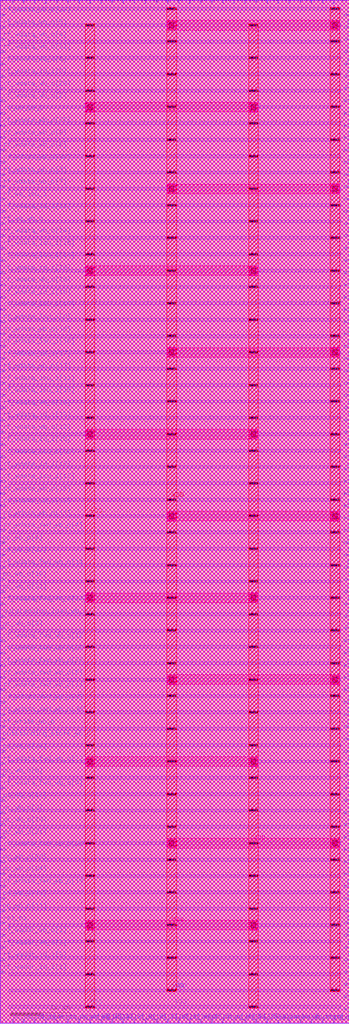
<source format=lef>
VERSION 5.8 ;
BUSBITCHARS "[]" ;
DIVIDERCHAR "/" ;
UNITS
    DATABASE MICRONS 1000 ;
END UNITS

VIA ibex_wb_stage_via2_3_1600_480_1_5_320_320
  VIARULE M1M2_PR ;
  CUTSIZE 0.15 0.15 ;
  LAYERS met1 via met2 ;
  CUTSPACING 0.17 0.17 ;
  ENCLOSURE 0.085 0.165 0.055 0.085 ;
  ROWCOL 1 5 ;
END ibex_wb_stage_via2_3_1600_480_1_5_320_320

VIA ibex_wb_stage_via3_4_1600_480_1_4_400_400
  VIARULE M2M3_PR ;
  CUTSIZE 0.2 0.2 ;
  LAYERS met2 via2 met3 ;
  CUTSPACING 0.2 0.2 ;
  ENCLOSURE 0.04 0.085 0.065 0.065 ;
  ROWCOL 1 4 ;
END ibex_wb_stage_via3_4_1600_480_1_4_400_400

VIA ibex_wb_stage_via4_5_1600_480_1_4_400_400
  VIARULE M3M4_PR ;
  CUTSIZE 0.2 0.2 ;
  LAYERS met3 via3 met4 ;
  CUTSPACING 0.2 0.2 ;
  ENCLOSURE 0.09 0.06 0.1 0.065 ;
  ROWCOL 1 4 ;
END ibex_wb_stage_via4_5_1600_480_1_4_400_400

VIA ibex_wb_stage_via5_6_1600_1600_1_1_1600_1600
  VIARULE M4M5_PR ;
  CUTSIZE 0.8 0.8 ;
  LAYERS met4 via4 met5 ;
  CUTSPACING 0.8 0.8 ;
  ENCLOSURE 0.4 0.19 0.31 0.4 ;
END ibex_wb_stage_via5_6_1600_1600_1_1_1600_1600

MACRO ibex_wb_stage
  FOREIGN ibex_wb_stage 0 0 ;
  CLASS BLOCK ;
  SIZE 58.02 BY 170.065 ;
  PIN VDD
    USE POWER ;
    DIRECTION INOUT ;
    PORT
      LAYER met5 ;
        RECT  27.72 165.12 56.46 166.72 ;
        RECT  27.72 137.92 56.46 139.52 ;
        RECT  27.72 110.72 56.46 112.32 ;
        RECT  27.72 83.52 56.46 85.12 ;
        RECT  27.72 56.32 56.46 57.92 ;
        RECT  27.72 29.12 56.46 30.72 ;
      LAYER met4 ;
        RECT  54.86 5.2 56.46 168.88 ;
        RECT  27.72 5.2 29.32 168.88 ;
      LAYER met1 ;
        RECT  1.38 168.4 56.58 168.88 ;
        RECT  1.38 162.96 56.58 163.44 ;
        RECT  1.38 157.52 56.58 158 ;
        RECT  1.38 152.08 56.58 152.56 ;
        RECT  1.38 146.64 56.58 147.12 ;
        RECT  1.38 141.2 56.58 141.68 ;
        RECT  1.38 135.76 56.58 136.24 ;
        RECT  1.38 130.32 56.58 130.8 ;
        RECT  1.38 124.88 56.58 125.36 ;
        RECT  1.38 119.44 56.58 119.92 ;
        RECT  1.38 114 56.58 114.48 ;
        RECT  1.38 108.56 56.58 109.04 ;
        RECT  1.38 103.12 56.58 103.6 ;
        RECT  1.38 97.68 56.58 98.16 ;
        RECT  1.38 92.24 56.58 92.72 ;
        RECT  1.38 86.8 56.58 87.28 ;
        RECT  1.38 81.36 56.58 81.84 ;
        RECT  1.38 75.92 56.58 76.4 ;
        RECT  1.38 70.48 56.58 70.96 ;
        RECT  1.38 65.04 56.58 65.52 ;
        RECT  1.38 59.6 56.58 60.08 ;
        RECT  1.38 54.16 56.58 54.64 ;
        RECT  1.38 48.72 56.58 49.2 ;
        RECT  1.38 43.28 56.58 43.76 ;
        RECT  1.38 37.84 56.58 38.32 ;
        RECT  1.38 32.4 56.58 32.88 ;
        RECT  1.38 26.96 56.58 27.44 ;
        RECT  1.38 21.52 56.58 22 ;
        RECT  1.38 16.08 56.58 16.56 ;
        RECT  1.38 10.64 56.58 11.12 ;
        RECT  1.38 5.2 56.58 5.68 ;
      VIA 55.66 165.92 ibex_wb_stage_via5_6_1600_1600_1_1_1600_1600 ;
      VIA 55.66 138.72 ibex_wb_stage_via5_6_1600_1600_1_1_1600_1600 ;
      VIA 55.66 111.52 ibex_wb_stage_via5_6_1600_1600_1_1_1600_1600 ;
      VIA 55.66 84.32 ibex_wb_stage_via5_6_1600_1600_1_1_1600_1600 ;
      VIA 55.66 57.12 ibex_wb_stage_via5_6_1600_1600_1_1_1600_1600 ;
      VIA 55.66 29.92 ibex_wb_stage_via5_6_1600_1600_1_1_1600_1600 ;
      VIA 28.52 165.92 ibex_wb_stage_via5_6_1600_1600_1_1_1600_1600 ;
      VIA 28.52 138.72 ibex_wb_stage_via5_6_1600_1600_1_1_1600_1600 ;
      VIA 28.52 111.52 ibex_wb_stage_via5_6_1600_1600_1_1_1600_1600 ;
      VIA 28.52 84.32 ibex_wb_stage_via5_6_1600_1600_1_1_1600_1600 ;
      VIA 28.52 57.12 ibex_wb_stage_via5_6_1600_1600_1_1_1600_1600 ;
      VIA 28.52 29.92 ibex_wb_stage_via5_6_1600_1600_1_1_1600_1600 ;
      LAYER met3 ;
        RECT  54.87 168.475 56.45 168.805 ;
      VIA 55.66 168.64 ibex_wb_stage_via4_5_1600_480_1_4_400_400 ;
      LAYER met2 ;
        RECT  54.89 168.455 56.43 168.825 ;
      VIA 55.66 168.64 ibex_wb_stage_via3_4_1600_480_1_4_400_400 ;
      VIA 55.66 168.64 ibex_wb_stage_via2_3_1600_480_1_5_320_320 ;
      LAYER met3 ;
        RECT  54.87 163.035 56.45 163.365 ;
      VIA 55.66 163.2 ibex_wb_stage_via4_5_1600_480_1_4_400_400 ;
      LAYER met2 ;
        RECT  54.89 163.015 56.43 163.385 ;
      VIA 55.66 163.2 ibex_wb_stage_via3_4_1600_480_1_4_400_400 ;
      VIA 55.66 163.2 ibex_wb_stage_via2_3_1600_480_1_5_320_320 ;
      LAYER met3 ;
        RECT  54.87 157.595 56.45 157.925 ;
      VIA 55.66 157.76 ibex_wb_stage_via4_5_1600_480_1_4_400_400 ;
      LAYER met2 ;
        RECT  54.89 157.575 56.43 157.945 ;
      VIA 55.66 157.76 ibex_wb_stage_via3_4_1600_480_1_4_400_400 ;
      VIA 55.66 157.76 ibex_wb_stage_via2_3_1600_480_1_5_320_320 ;
      LAYER met3 ;
        RECT  54.87 152.155 56.45 152.485 ;
      VIA 55.66 152.32 ibex_wb_stage_via4_5_1600_480_1_4_400_400 ;
      LAYER met2 ;
        RECT  54.89 152.135 56.43 152.505 ;
      VIA 55.66 152.32 ibex_wb_stage_via3_4_1600_480_1_4_400_400 ;
      VIA 55.66 152.32 ibex_wb_stage_via2_3_1600_480_1_5_320_320 ;
      LAYER met3 ;
        RECT  54.87 146.715 56.45 147.045 ;
      VIA 55.66 146.88 ibex_wb_stage_via4_5_1600_480_1_4_400_400 ;
      LAYER met2 ;
        RECT  54.89 146.695 56.43 147.065 ;
      VIA 55.66 146.88 ibex_wb_stage_via3_4_1600_480_1_4_400_400 ;
      VIA 55.66 146.88 ibex_wb_stage_via2_3_1600_480_1_5_320_320 ;
      LAYER met3 ;
        RECT  54.87 141.275 56.45 141.605 ;
      VIA 55.66 141.44 ibex_wb_stage_via4_5_1600_480_1_4_400_400 ;
      LAYER met2 ;
        RECT  54.89 141.255 56.43 141.625 ;
      VIA 55.66 141.44 ibex_wb_stage_via3_4_1600_480_1_4_400_400 ;
      VIA 55.66 141.44 ibex_wb_stage_via2_3_1600_480_1_5_320_320 ;
      LAYER met3 ;
        RECT  54.87 135.835 56.45 136.165 ;
      VIA 55.66 136 ibex_wb_stage_via4_5_1600_480_1_4_400_400 ;
      LAYER met2 ;
        RECT  54.89 135.815 56.43 136.185 ;
      VIA 55.66 136 ibex_wb_stage_via3_4_1600_480_1_4_400_400 ;
      VIA 55.66 136 ibex_wb_stage_via2_3_1600_480_1_5_320_320 ;
      LAYER met3 ;
        RECT  54.87 130.395 56.45 130.725 ;
      VIA 55.66 130.56 ibex_wb_stage_via4_5_1600_480_1_4_400_400 ;
      LAYER met2 ;
        RECT  54.89 130.375 56.43 130.745 ;
      VIA 55.66 130.56 ibex_wb_stage_via3_4_1600_480_1_4_400_400 ;
      VIA 55.66 130.56 ibex_wb_stage_via2_3_1600_480_1_5_320_320 ;
      LAYER met3 ;
        RECT  54.87 124.955 56.45 125.285 ;
      VIA 55.66 125.12 ibex_wb_stage_via4_5_1600_480_1_4_400_400 ;
      LAYER met2 ;
        RECT  54.89 124.935 56.43 125.305 ;
      VIA 55.66 125.12 ibex_wb_stage_via3_4_1600_480_1_4_400_400 ;
      VIA 55.66 125.12 ibex_wb_stage_via2_3_1600_480_1_5_320_320 ;
      LAYER met3 ;
        RECT  54.87 119.515 56.45 119.845 ;
      VIA 55.66 119.68 ibex_wb_stage_via4_5_1600_480_1_4_400_400 ;
      LAYER met2 ;
        RECT  54.89 119.495 56.43 119.865 ;
      VIA 55.66 119.68 ibex_wb_stage_via3_4_1600_480_1_4_400_400 ;
      VIA 55.66 119.68 ibex_wb_stage_via2_3_1600_480_1_5_320_320 ;
      LAYER met3 ;
        RECT  54.87 114.075 56.45 114.405 ;
      VIA 55.66 114.24 ibex_wb_stage_via4_5_1600_480_1_4_400_400 ;
      LAYER met2 ;
        RECT  54.89 114.055 56.43 114.425 ;
      VIA 55.66 114.24 ibex_wb_stage_via3_4_1600_480_1_4_400_400 ;
      VIA 55.66 114.24 ibex_wb_stage_via2_3_1600_480_1_5_320_320 ;
      LAYER met3 ;
        RECT  54.87 108.635 56.45 108.965 ;
      VIA 55.66 108.8 ibex_wb_stage_via4_5_1600_480_1_4_400_400 ;
      LAYER met2 ;
        RECT  54.89 108.615 56.43 108.985 ;
      VIA 55.66 108.8 ibex_wb_stage_via3_4_1600_480_1_4_400_400 ;
      VIA 55.66 108.8 ibex_wb_stage_via2_3_1600_480_1_5_320_320 ;
      LAYER met3 ;
        RECT  54.87 103.195 56.45 103.525 ;
      VIA 55.66 103.36 ibex_wb_stage_via4_5_1600_480_1_4_400_400 ;
      LAYER met2 ;
        RECT  54.89 103.175 56.43 103.545 ;
      VIA 55.66 103.36 ibex_wb_stage_via3_4_1600_480_1_4_400_400 ;
      VIA 55.66 103.36 ibex_wb_stage_via2_3_1600_480_1_5_320_320 ;
      LAYER met3 ;
        RECT  54.87 97.755 56.45 98.085 ;
      VIA 55.66 97.92 ibex_wb_stage_via4_5_1600_480_1_4_400_400 ;
      LAYER met2 ;
        RECT  54.89 97.735 56.43 98.105 ;
      VIA 55.66 97.92 ibex_wb_stage_via3_4_1600_480_1_4_400_400 ;
      VIA 55.66 97.92 ibex_wb_stage_via2_3_1600_480_1_5_320_320 ;
      LAYER met3 ;
        RECT  54.87 92.315 56.45 92.645 ;
      VIA 55.66 92.48 ibex_wb_stage_via4_5_1600_480_1_4_400_400 ;
      LAYER met2 ;
        RECT  54.89 92.295 56.43 92.665 ;
      VIA 55.66 92.48 ibex_wb_stage_via3_4_1600_480_1_4_400_400 ;
      VIA 55.66 92.48 ibex_wb_stage_via2_3_1600_480_1_5_320_320 ;
      LAYER met3 ;
        RECT  54.87 86.875 56.45 87.205 ;
      VIA 55.66 87.04 ibex_wb_stage_via4_5_1600_480_1_4_400_400 ;
      LAYER met2 ;
        RECT  54.89 86.855 56.43 87.225 ;
      VIA 55.66 87.04 ibex_wb_stage_via3_4_1600_480_1_4_400_400 ;
      VIA 55.66 87.04 ibex_wb_stage_via2_3_1600_480_1_5_320_320 ;
      LAYER met3 ;
        RECT  54.87 81.435 56.45 81.765 ;
      VIA 55.66 81.6 ibex_wb_stage_via4_5_1600_480_1_4_400_400 ;
      LAYER met2 ;
        RECT  54.89 81.415 56.43 81.785 ;
      VIA 55.66 81.6 ibex_wb_stage_via3_4_1600_480_1_4_400_400 ;
      VIA 55.66 81.6 ibex_wb_stage_via2_3_1600_480_1_5_320_320 ;
      LAYER met3 ;
        RECT  54.87 75.995 56.45 76.325 ;
      VIA 55.66 76.16 ibex_wb_stage_via4_5_1600_480_1_4_400_400 ;
      LAYER met2 ;
        RECT  54.89 75.975 56.43 76.345 ;
      VIA 55.66 76.16 ibex_wb_stage_via3_4_1600_480_1_4_400_400 ;
      VIA 55.66 76.16 ibex_wb_stage_via2_3_1600_480_1_5_320_320 ;
      LAYER met3 ;
        RECT  54.87 70.555 56.45 70.885 ;
      VIA 55.66 70.72 ibex_wb_stage_via4_5_1600_480_1_4_400_400 ;
      LAYER met2 ;
        RECT  54.89 70.535 56.43 70.905 ;
      VIA 55.66 70.72 ibex_wb_stage_via3_4_1600_480_1_4_400_400 ;
      VIA 55.66 70.72 ibex_wb_stage_via2_3_1600_480_1_5_320_320 ;
      LAYER met3 ;
        RECT  54.87 65.115 56.45 65.445 ;
      VIA 55.66 65.28 ibex_wb_stage_via4_5_1600_480_1_4_400_400 ;
      LAYER met2 ;
        RECT  54.89 65.095 56.43 65.465 ;
      VIA 55.66 65.28 ibex_wb_stage_via3_4_1600_480_1_4_400_400 ;
      VIA 55.66 65.28 ibex_wb_stage_via2_3_1600_480_1_5_320_320 ;
      LAYER met3 ;
        RECT  54.87 59.675 56.45 60.005 ;
      VIA 55.66 59.84 ibex_wb_stage_via4_5_1600_480_1_4_400_400 ;
      LAYER met2 ;
        RECT  54.89 59.655 56.43 60.025 ;
      VIA 55.66 59.84 ibex_wb_stage_via3_4_1600_480_1_4_400_400 ;
      VIA 55.66 59.84 ibex_wb_stage_via2_3_1600_480_1_5_320_320 ;
      LAYER met3 ;
        RECT  54.87 54.235 56.45 54.565 ;
      VIA 55.66 54.4 ibex_wb_stage_via4_5_1600_480_1_4_400_400 ;
      LAYER met2 ;
        RECT  54.89 54.215 56.43 54.585 ;
      VIA 55.66 54.4 ibex_wb_stage_via3_4_1600_480_1_4_400_400 ;
      VIA 55.66 54.4 ibex_wb_stage_via2_3_1600_480_1_5_320_320 ;
      LAYER met3 ;
        RECT  54.87 48.795 56.45 49.125 ;
      VIA 55.66 48.96 ibex_wb_stage_via4_5_1600_480_1_4_400_400 ;
      LAYER met2 ;
        RECT  54.89 48.775 56.43 49.145 ;
      VIA 55.66 48.96 ibex_wb_stage_via3_4_1600_480_1_4_400_400 ;
      VIA 55.66 48.96 ibex_wb_stage_via2_3_1600_480_1_5_320_320 ;
      LAYER met3 ;
        RECT  54.87 43.355 56.45 43.685 ;
      VIA 55.66 43.52 ibex_wb_stage_via4_5_1600_480_1_4_400_400 ;
      LAYER met2 ;
        RECT  54.89 43.335 56.43 43.705 ;
      VIA 55.66 43.52 ibex_wb_stage_via3_4_1600_480_1_4_400_400 ;
      VIA 55.66 43.52 ibex_wb_stage_via2_3_1600_480_1_5_320_320 ;
      LAYER met3 ;
        RECT  54.87 37.915 56.45 38.245 ;
      VIA 55.66 38.08 ibex_wb_stage_via4_5_1600_480_1_4_400_400 ;
      LAYER met2 ;
        RECT  54.89 37.895 56.43 38.265 ;
      VIA 55.66 38.08 ibex_wb_stage_via3_4_1600_480_1_4_400_400 ;
      VIA 55.66 38.08 ibex_wb_stage_via2_3_1600_480_1_5_320_320 ;
      LAYER met3 ;
        RECT  54.87 32.475 56.45 32.805 ;
      VIA 55.66 32.64 ibex_wb_stage_via4_5_1600_480_1_4_400_400 ;
      LAYER met2 ;
        RECT  54.89 32.455 56.43 32.825 ;
      VIA 55.66 32.64 ibex_wb_stage_via3_4_1600_480_1_4_400_400 ;
      VIA 55.66 32.64 ibex_wb_stage_via2_3_1600_480_1_5_320_320 ;
      LAYER met3 ;
        RECT  54.87 27.035 56.45 27.365 ;
      VIA 55.66 27.2 ibex_wb_stage_via4_5_1600_480_1_4_400_400 ;
      LAYER met2 ;
        RECT  54.89 27.015 56.43 27.385 ;
      VIA 55.66 27.2 ibex_wb_stage_via3_4_1600_480_1_4_400_400 ;
      VIA 55.66 27.2 ibex_wb_stage_via2_3_1600_480_1_5_320_320 ;
      LAYER met3 ;
        RECT  54.87 21.595 56.45 21.925 ;
      VIA 55.66 21.76 ibex_wb_stage_via4_5_1600_480_1_4_400_400 ;
      LAYER met2 ;
        RECT  54.89 21.575 56.43 21.945 ;
      VIA 55.66 21.76 ibex_wb_stage_via3_4_1600_480_1_4_400_400 ;
      VIA 55.66 21.76 ibex_wb_stage_via2_3_1600_480_1_5_320_320 ;
      LAYER met3 ;
        RECT  54.87 16.155 56.45 16.485 ;
      VIA 55.66 16.32 ibex_wb_stage_via4_5_1600_480_1_4_400_400 ;
      LAYER met2 ;
        RECT  54.89 16.135 56.43 16.505 ;
      VIA 55.66 16.32 ibex_wb_stage_via3_4_1600_480_1_4_400_400 ;
      VIA 55.66 16.32 ibex_wb_stage_via2_3_1600_480_1_5_320_320 ;
      LAYER met3 ;
        RECT  54.87 10.715 56.45 11.045 ;
      VIA 55.66 10.88 ibex_wb_stage_via4_5_1600_480_1_4_400_400 ;
      LAYER met2 ;
        RECT  54.89 10.695 56.43 11.065 ;
      VIA 55.66 10.88 ibex_wb_stage_via3_4_1600_480_1_4_400_400 ;
      VIA 55.66 10.88 ibex_wb_stage_via2_3_1600_480_1_5_320_320 ;
      LAYER met3 ;
        RECT  54.87 5.275 56.45 5.605 ;
      VIA 55.66 5.44 ibex_wb_stage_via4_5_1600_480_1_4_400_400 ;
      LAYER met2 ;
        RECT  54.89 5.255 56.43 5.625 ;
      VIA 55.66 5.44 ibex_wb_stage_via3_4_1600_480_1_4_400_400 ;
      VIA 55.66 5.44 ibex_wb_stage_via2_3_1600_480_1_5_320_320 ;
      LAYER met3 ;
        RECT  27.73 168.475 29.31 168.805 ;
      VIA 28.52 168.64 ibex_wb_stage_via4_5_1600_480_1_4_400_400 ;
      LAYER met2 ;
        RECT  27.75 168.455 29.29 168.825 ;
      VIA 28.52 168.64 ibex_wb_stage_via3_4_1600_480_1_4_400_400 ;
      VIA 28.52 168.64 ibex_wb_stage_via2_3_1600_480_1_5_320_320 ;
      LAYER met3 ;
        RECT  27.73 163.035 29.31 163.365 ;
      VIA 28.52 163.2 ibex_wb_stage_via4_5_1600_480_1_4_400_400 ;
      LAYER met2 ;
        RECT  27.75 163.015 29.29 163.385 ;
      VIA 28.52 163.2 ibex_wb_stage_via3_4_1600_480_1_4_400_400 ;
      VIA 28.52 163.2 ibex_wb_stage_via2_3_1600_480_1_5_320_320 ;
      LAYER met3 ;
        RECT  27.73 157.595 29.31 157.925 ;
      VIA 28.52 157.76 ibex_wb_stage_via4_5_1600_480_1_4_400_400 ;
      LAYER met2 ;
        RECT  27.75 157.575 29.29 157.945 ;
      VIA 28.52 157.76 ibex_wb_stage_via3_4_1600_480_1_4_400_400 ;
      VIA 28.52 157.76 ibex_wb_stage_via2_3_1600_480_1_5_320_320 ;
      LAYER met3 ;
        RECT  27.73 152.155 29.31 152.485 ;
      VIA 28.52 152.32 ibex_wb_stage_via4_5_1600_480_1_4_400_400 ;
      LAYER met2 ;
        RECT  27.75 152.135 29.29 152.505 ;
      VIA 28.52 152.32 ibex_wb_stage_via3_4_1600_480_1_4_400_400 ;
      VIA 28.52 152.32 ibex_wb_stage_via2_3_1600_480_1_5_320_320 ;
      LAYER met3 ;
        RECT  27.73 146.715 29.31 147.045 ;
      VIA 28.52 146.88 ibex_wb_stage_via4_5_1600_480_1_4_400_400 ;
      LAYER met2 ;
        RECT  27.75 146.695 29.29 147.065 ;
      VIA 28.52 146.88 ibex_wb_stage_via3_4_1600_480_1_4_400_400 ;
      VIA 28.52 146.88 ibex_wb_stage_via2_3_1600_480_1_5_320_320 ;
      LAYER met3 ;
        RECT  27.73 141.275 29.31 141.605 ;
      VIA 28.52 141.44 ibex_wb_stage_via4_5_1600_480_1_4_400_400 ;
      LAYER met2 ;
        RECT  27.75 141.255 29.29 141.625 ;
      VIA 28.52 141.44 ibex_wb_stage_via3_4_1600_480_1_4_400_400 ;
      VIA 28.52 141.44 ibex_wb_stage_via2_3_1600_480_1_5_320_320 ;
      LAYER met3 ;
        RECT  27.73 135.835 29.31 136.165 ;
      VIA 28.52 136 ibex_wb_stage_via4_5_1600_480_1_4_400_400 ;
      LAYER met2 ;
        RECT  27.75 135.815 29.29 136.185 ;
      VIA 28.52 136 ibex_wb_stage_via3_4_1600_480_1_4_400_400 ;
      VIA 28.52 136 ibex_wb_stage_via2_3_1600_480_1_5_320_320 ;
      LAYER met3 ;
        RECT  27.73 130.395 29.31 130.725 ;
      VIA 28.52 130.56 ibex_wb_stage_via4_5_1600_480_1_4_400_400 ;
      LAYER met2 ;
        RECT  27.75 130.375 29.29 130.745 ;
      VIA 28.52 130.56 ibex_wb_stage_via3_4_1600_480_1_4_400_400 ;
      VIA 28.52 130.56 ibex_wb_stage_via2_3_1600_480_1_5_320_320 ;
      LAYER met3 ;
        RECT  27.73 124.955 29.31 125.285 ;
      VIA 28.52 125.12 ibex_wb_stage_via4_5_1600_480_1_4_400_400 ;
      LAYER met2 ;
        RECT  27.75 124.935 29.29 125.305 ;
      VIA 28.52 125.12 ibex_wb_stage_via3_4_1600_480_1_4_400_400 ;
      VIA 28.52 125.12 ibex_wb_stage_via2_3_1600_480_1_5_320_320 ;
      LAYER met3 ;
        RECT  27.73 119.515 29.31 119.845 ;
      VIA 28.52 119.68 ibex_wb_stage_via4_5_1600_480_1_4_400_400 ;
      LAYER met2 ;
        RECT  27.75 119.495 29.29 119.865 ;
      VIA 28.52 119.68 ibex_wb_stage_via3_4_1600_480_1_4_400_400 ;
      VIA 28.52 119.68 ibex_wb_stage_via2_3_1600_480_1_5_320_320 ;
      LAYER met3 ;
        RECT  27.73 114.075 29.31 114.405 ;
      VIA 28.52 114.24 ibex_wb_stage_via4_5_1600_480_1_4_400_400 ;
      LAYER met2 ;
        RECT  27.75 114.055 29.29 114.425 ;
      VIA 28.52 114.24 ibex_wb_stage_via3_4_1600_480_1_4_400_400 ;
      VIA 28.52 114.24 ibex_wb_stage_via2_3_1600_480_1_5_320_320 ;
      LAYER met3 ;
        RECT  27.73 108.635 29.31 108.965 ;
      VIA 28.52 108.8 ibex_wb_stage_via4_5_1600_480_1_4_400_400 ;
      LAYER met2 ;
        RECT  27.75 108.615 29.29 108.985 ;
      VIA 28.52 108.8 ibex_wb_stage_via3_4_1600_480_1_4_400_400 ;
      VIA 28.52 108.8 ibex_wb_stage_via2_3_1600_480_1_5_320_320 ;
      LAYER met3 ;
        RECT  27.73 103.195 29.31 103.525 ;
      VIA 28.52 103.36 ibex_wb_stage_via4_5_1600_480_1_4_400_400 ;
      LAYER met2 ;
        RECT  27.75 103.175 29.29 103.545 ;
      VIA 28.52 103.36 ibex_wb_stage_via3_4_1600_480_1_4_400_400 ;
      VIA 28.52 103.36 ibex_wb_stage_via2_3_1600_480_1_5_320_320 ;
      LAYER met3 ;
        RECT  27.73 97.755 29.31 98.085 ;
      VIA 28.52 97.92 ibex_wb_stage_via4_5_1600_480_1_4_400_400 ;
      LAYER met2 ;
        RECT  27.75 97.735 29.29 98.105 ;
      VIA 28.52 97.92 ibex_wb_stage_via3_4_1600_480_1_4_400_400 ;
      VIA 28.52 97.92 ibex_wb_stage_via2_3_1600_480_1_5_320_320 ;
      LAYER met3 ;
        RECT  27.73 92.315 29.31 92.645 ;
      VIA 28.52 92.48 ibex_wb_stage_via4_5_1600_480_1_4_400_400 ;
      LAYER met2 ;
        RECT  27.75 92.295 29.29 92.665 ;
      VIA 28.52 92.48 ibex_wb_stage_via3_4_1600_480_1_4_400_400 ;
      VIA 28.52 92.48 ibex_wb_stage_via2_3_1600_480_1_5_320_320 ;
      LAYER met3 ;
        RECT  27.73 86.875 29.31 87.205 ;
      VIA 28.52 87.04 ibex_wb_stage_via4_5_1600_480_1_4_400_400 ;
      LAYER met2 ;
        RECT  27.75 86.855 29.29 87.225 ;
      VIA 28.52 87.04 ibex_wb_stage_via3_4_1600_480_1_4_400_400 ;
      VIA 28.52 87.04 ibex_wb_stage_via2_3_1600_480_1_5_320_320 ;
      LAYER met3 ;
        RECT  27.73 81.435 29.31 81.765 ;
      VIA 28.52 81.6 ibex_wb_stage_via4_5_1600_480_1_4_400_400 ;
      LAYER met2 ;
        RECT  27.75 81.415 29.29 81.785 ;
      VIA 28.52 81.6 ibex_wb_stage_via3_4_1600_480_1_4_400_400 ;
      VIA 28.52 81.6 ibex_wb_stage_via2_3_1600_480_1_5_320_320 ;
      LAYER met3 ;
        RECT  27.73 75.995 29.31 76.325 ;
      VIA 28.52 76.16 ibex_wb_stage_via4_5_1600_480_1_4_400_400 ;
      LAYER met2 ;
        RECT  27.75 75.975 29.29 76.345 ;
      VIA 28.52 76.16 ibex_wb_stage_via3_4_1600_480_1_4_400_400 ;
      VIA 28.52 76.16 ibex_wb_stage_via2_3_1600_480_1_5_320_320 ;
      LAYER met3 ;
        RECT  27.73 70.555 29.31 70.885 ;
      VIA 28.52 70.72 ibex_wb_stage_via4_5_1600_480_1_4_400_400 ;
      LAYER met2 ;
        RECT  27.75 70.535 29.29 70.905 ;
      VIA 28.52 70.72 ibex_wb_stage_via3_4_1600_480_1_4_400_400 ;
      VIA 28.52 70.72 ibex_wb_stage_via2_3_1600_480_1_5_320_320 ;
      LAYER met3 ;
        RECT  27.73 65.115 29.31 65.445 ;
      VIA 28.52 65.28 ibex_wb_stage_via4_5_1600_480_1_4_400_400 ;
      LAYER met2 ;
        RECT  27.75 65.095 29.29 65.465 ;
      VIA 28.52 65.28 ibex_wb_stage_via3_4_1600_480_1_4_400_400 ;
      VIA 28.52 65.28 ibex_wb_stage_via2_3_1600_480_1_5_320_320 ;
      LAYER met3 ;
        RECT  27.73 59.675 29.31 60.005 ;
      VIA 28.52 59.84 ibex_wb_stage_via4_5_1600_480_1_4_400_400 ;
      LAYER met2 ;
        RECT  27.75 59.655 29.29 60.025 ;
      VIA 28.52 59.84 ibex_wb_stage_via3_4_1600_480_1_4_400_400 ;
      VIA 28.52 59.84 ibex_wb_stage_via2_3_1600_480_1_5_320_320 ;
      LAYER met3 ;
        RECT  27.73 54.235 29.31 54.565 ;
      VIA 28.52 54.4 ibex_wb_stage_via4_5_1600_480_1_4_400_400 ;
      LAYER met2 ;
        RECT  27.75 54.215 29.29 54.585 ;
      VIA 28.52 54.4 ibex_wb_stage_via3_4_1600_480_1_4_400_400 ;
      VIA 28.52 54.4 ibex_wb_stage_via2_3_1600_480_1_5_320_320 ;
      LAYER met3 ;
        RECT  27.73 48.795 29.31 49.125 ;
      VIA 28.52 48.96 ibex_wb_stage_via4_5_1600_480_1_4_400_400 ;
      LAYER met2 ;
        RECT  27.75 48.775 29.29 49.145 ;
      VIA 28.52 48.96 ibex_wb_stage_via3_4_1600_480_1_4_400_400 ;
      VIA 28.52 48.96 ibex_wb_stage_via2_3_1600_480_1_5_320_320 ;
      LAYER met3 ;
        RECT  27.73 43.355 29.31 43.685 ;
      VIA 28.52 43.52 ibex_wb_stage_via4_5_1600_480_1_4_400_400 ;
      LAYER met2 ;
        RECT  27.75 43.335 29.29 43.705 ;
      VIA 28.52 43.52 ibex_wb_stage_via3_4_1600_480_1_4_400_400 ;
      VIA 28.52 43.52 ibex_wb_stage_via2_3_1600_480_1_5_320_320 ;
      LAYER met3 ;
        RECT  27.73 37.915 29.31 38.245 ;
      VIA 28.52 38.08 ibex_wb_stage_via4_5_1600_480_1_4_400_400 ;
      LAYER met2 ;
        RECT  27.75 37.895 29.29 38.265 ;
      VIA 28.52 38.08 ibex_wb_stage_via3_4_1600_480_1_4_400_400 ;
      VIA 28.52 38.08 ibex_wb_stage_via2_3_1600_480_1_5_320_320 ;
      LAYER met3 ;
        RECT  27.73 32.475 29.31 32.805 ;
      VIA 28.52 32.64 ibex_wb_stage_via4_5_1600_480_1_4_400_400 ;
      LAYER met2 ;
        RECT  27.75 32.455 29.29 32.825 ;
      VIA 28.52 32.64 ibex_wb_stage_via3_4_1600_480_1_4_400_400 ;
      VIA 28.52 32.64 ibex_wb_stage_via2_3_1600_480_1_5_320_320 ;
      LAYER met3 ;
        RECT  27.73 27.035 29.31 27.365 ;
      VIA 28.52 27.2 ibex_wb_stage_via4_5_1600_480_1_4_400_400 ;
      LAYER met2 ;
        RECT  27.75 27.015 29.29 27.385 ;
      VIA 28.52 27.2 ibex_wb_stage_via3_4_1600_480_1_4_400_400 ;
      VIA 28.52 27.2 ibex_wb_stage_via2_3_1600_480_1_5_320_320 ;
      LAYER met3 ;
        RECT  27.73 21.595 29.31 21.925 ;
      VIA 28.52 21.76 ibex_wb_stage_via4_5_1600_480_1_4_400_400 ;
      LAYER met2 ;
        RECT  27.75 21.575 29.29 21.945 ;
      VIA 28.52 21.76 ibex_wb_stage_via3_4_1600_480_1_4_400_400 ;
      VIA 28.52 21.76 ibex_wb_stage_via2_3_1600_480_1_5_320_320 ;
      LAYER met3 ;
        RECT  27.73 16.155 29.31 16.485 ;
      VIA 28.52 16.32 ibex_wb_stage_via4_5_1600_480_1_4_400_400 ;
      LAYER met2 ;
        RECT  27.75 16.135 29.29 16.505 ;
      VIA 28.52 16.32 ibex_wb_stage_via3_4_1600_480_1_4_400_400 ;
      VIA 28.52 16.32 ibex_wb_stage_via2_3_1600_480_1_5_320_320 ;
      LAYER met3 ;
        RECT  27.73 10.715 29.31 11.045 ;
      VIA 28.52 10.88 ibex_wb_stage_via4_5_1600_480_1_4_400_400 ;
      LAYER met2 ;
        RECT  27.75 10.695 29.29 11.065 ;
      VIA 28.52 10.88 ibex_wb_stage_via3_4_1600_480_1_4_400_400 ;
      VIA 28.52 10.88 ibex_wb_stage_via2_3_1600_480_1_5_320_320 ;
      LAYER met3 ;
        RECT  27.73 5.275 29.31 5.605 ;
      VIA 28.52 5.44 ibex_wb_stage_via4_5_1600_480_1_4_400_400 ;
      LAYER met2 ;
        RECT  27.75 5.255 29.29 5.625 ;
      VIA 28.52 5.44 ibex_wb_stage_via3_4_1600_480_1_4_400_400 ;
      VIA 28.52 5.44 ibex_wb_stage_via2_3_1600_480_1_5_320_320 ;
    END
  END VDD
  PIN VSS
    USE GROUND ;
    DIRECTION INOUT ;
    PORT
      LAYER met5 ;
        RECT  14.15 151.52 42.89 153.12 ;
        RECT  14.15 124.32 42.89 125.92 ;
        RECT  14.15 97.12 42.89 98.72 ;
        RECT  14.15 69.92 42.89 71.52 ;
        RECT  14.15 42.72 42.89 44.32 ;
        RECT  14.15 15.52 42.89 17.12 ;
      LAYER met4 ;
        RECT  41.29 2.48 42.89 166.16 ;
        RECT  14.15 2.48 15.75 166.16 ;
      LAYER met1 ;
        RECT  1.38 165.68 56.58 166.16 ;
        RECT  1.38 160.24 56.58 160.72 ;
        RECT  1.38 154.8 56.58 155.28 ;
        RECT  1.38 149.36 56.58 149.84 ;
        RECT  1.38 143.92 56.58 144.4 ;
        RECT  1.38 138.48 56.58 138.96 ;
        RECT  1.38 133.04 56.58 133.52 ;
        RECT  1.38 127.6 56.58 128.08 ;
        RECT  1.38 122.16 56.58 122.64 ;
        RECT  1.38 116.72 56.58 117.2 ;
        RECT  1.38 111.28 56.58 111.76 ;
        RECT  1.38 105.84 56.58 106.32 ;
        RECT  1.38 100.4 56.58 100.88 ;
        RECT  1.38 94.96 56.58 95.44 ;
        RECT  1.38 89.52 56.58 90 ;
        RECT  1.38 84.08 56.58 84.56 ;
        RECT  1.38 78.64 56.58 79.12 ;
        RECT  1.38 73.2 56.58 73.68 ;
        RECT  1.38 67.76 56.58 68.24 ;
        RECT  1.38 62.32 56.58 62.8 ;
        RECT  1.38 56.88 56.58 57.36 ;
        RECT  1.38 51.44 56.58 51.92 ;
        RECT  1.38 46 56.58 46.48 ;
        RECT  1.38 40.56 56.58 41.04 ;
        RECT  1.38 35.12 56.58 35.6 ;
        RECT  1.38 29.68 56.58 30.16 ;
        RECT  1.38 24.24 56.58 24.72 ;
        RECT  1.38 18.8 56.58 19.28 ;
        RECT  1.38 13.36 56.58 13.84 ;
        RECT  1.38 7.92 56.58 8.4 ;
        RECT  1.38 2.48 56.58 2.96 ;
      VIA 42.09 152.32 ibex_wb_stage_via5_6_1600_1600_1_1_1600_1600 ;
      VIA 42.09 125.12 ibex_wb_stage_via5_6_1600_1600_1_1_1600_1600 ;
      VIA 42.09 97.92 ibex_wb_stage_via5_6_1600_1600_1_1_1600_1600 ;
      VIA 42.09 70.72 ibex_wb_stage_via5_6_1600_1600_1_1_1600_1600 ;
      VIA 42.09 43.52 ibex_wb_stage_via5_6_1600_1600_1_1_1600_1600 ;
      VIA 42.09 16.32 ibex_wb_stage_via5_6_1600_1600_1_1_1600_1600 ;
      VIA 14.95 152.32 ibex_wb_stage_via5_6_1600_1600_1_1_1600_1600 ;
      VIA 14.95 125.12 ibex_wb_stage_via5_6_1600_1600_1_1_1600_1600 ;
      VIA 14.95 97.92 ibex_wb_stage_via5_6_1600_1600_1_1_1600_1600 ;
      VIA 14.95 70.72 ibex_wb_stage_via5_6_1600_1600_1_1_1600_1600 ;
      VIA 14.95 43.52 ibex_wb_stage_via5_6_1600_1600_1_1_1600_1600 ;
      VIA 14.95 16.32 ibex_wb_stage_via5_6_1600_1600_1_1_1600_1600 ;
      LAYER met3 ;
        RECT  41.3 165.755 42.88 166.085 ;
      VIA 42.09 165.92 ibex_wb_stage_via4_5_1600_480_1_4_400_400 ;
      LAYER met2 ;
        RECT  41.32 165.735 42.86 166.105 ;
      VIA 42.09 165.92 ibex_wb_stage_via3_4_1600_480_1_4_400_400 ;
      VIA 42.09 165.92 ibex_wb_stage_via2_3_1600_480_1_5_320_320 ;
      LAYER met3 ;
        RECT  41.3 160.315 42.88 160.645 ;
      VIA 42.09 160.48 ibex_wb_stage_via4_5_1600_480_1_4_400_400 ;
      LAYER met2 ;
        RECT  41.32 160.295 42.86 160.665 ;
      VIA 42.09 160.48 ibex_wb_stage_via3_4_1600_480_1_4_400_400 ;
      VIA 42.09 160.48 ibex_wb_stage_via2_3_1600_480_1_5_320_320 ;
      LAYER met3 ;
        RECT  41.3 154.875 42.88 155.205 ;
      VIA 42.09 155.04 ibex_wb_stage_via4_5_1600_480_1_4_400_400 ;
      LAYER met2 ;
        RECT  41.32 154.855 42.86 155.225 ;
      VIA 42.09 155.04 ibex_wb_stage_via3_4_1600_480_1_4_400_400 ;
      VIA 42.09 155.04 ibex_wb_stage_via2_3_1600_480_1_5_320_320 ;
      LAYER met3 ;
        RECT  41.3 149.435 42.88 149.765 ;
      VIA 42.09 149.6 ibex_wb_stage_via4_5_1600_480_1_4_400_400 ;
      LAYER met2 ;
        RECT  41.32 149.415 42.86 149.785 ;
      VIA 42.09 149.6 ibex_wb_stage_via3_4_1600_480_1_4_400_400 ;
      VIA 42.09 149.6 ibex_wb_stage_via2_3_1600_480_1_5_320_320 ;
      LAYER met3 ;
        RECT  41.3 143.995 42.88 144.325 ;
      VIA 42.09 144.16 ibex_wb_stage_via4_5_1600_480_1_4_400_400 ;
      LAYER met2 ;
        RECT  41.32 143.975 42.86 144.345 ;
      VIA 42.09 144.16 ibex_wb_stage_via3_4_1600_480_1_4_400_400 ;
      VIA 42.09 144.16 ibex_wb_stage_via2_3_1600_480_1_5_320_320 ;
      LAYER met3 ;
        RECT  41.3 138.555 42.88 138.885 ;
      VIA 42.09 138.72 ibex_wb_stage_via4_5_1600_480_1_4_400_400 ;
      LAYER met2 ;
        RECT  41.32 138.535 42.86 138.905 ;
      VIA 42.09 138.72 ibex_wb_stage_via3_4_1600_480_1_4_400_400 ;
      VIA 42.09 138.72 ibex_wb_stage_via2_3_1600_480_1_5_320_320 ;
      LAYER met3 ;
        RECT  41.3 133.115 42.88 133.445 ;
      VIA 42.09 133.28 ibex_wb_stage_via4_5_1600_480_1_4_400_400 ;
      LAYER met2 ;
        RECT  41.32 133.095 42.86 133.465 ;
      VIA 42.09 133.28 ibex_wb_stage_via3_4_1600_480_1_4_400_400 ;
      VIA 42.09 133.28 ibex_wb_stage_via2_3_1600_480_1_5_320_320 ;
      LAYER met3 ;
        RECT  41.3 127.675 42.88 128.005 ;
      VIA 42.09 127.84 ibex_wb_stage_via4_5_1600_480_1_4_400_400 ;
      LAYER met2 ;
        RECT  41.32 127.655 42.86 128.025 ;
      VIA 42.09 127.84 ibex_wb_stage_via3_4_1600_480_1_4_400_400 ;
      VIA 42.09 127.84 ibex_wb_stage_via2_3_1600_480_1_5_320_320 ;
      LAYER met3 ;
        RECT  41.3 122.235 42.88 122.565 ;
      VIA 42.09 122.4 ibex_wb_stage_via4_5_1600_480_1_4_400_400 ;
      LAYER met2 ;
        RECT  41.32 122.215 42.86 122.585 ;
      VIA 42.09 122.4 ibex_wb_stage_via3_4_1600_480_1_4_400_400 ;
      VIA 42.09 122.4 ibex_wb_stage_via2_3_1600_480_1_5_320_320 ;
      LAYER met3 ;
        RECT  41.3 116.795 42.88 117.125 ;
      VIA 42.09 116.96 ibex_wb_stage_via4_5_1600_480_1_4_400_400 ;
      LAYER met2 ;
        RECT  41.32 116.775 42.86 117.145 ;
      VIA 42.09 116.96 ibex_wb_stage_via3_4_1600_480_1_4_400_400 ;
      VIA 42.09 116.96 ibex_wb_stage_via2_3_1600_480_1_5_320_320 ;
      LAYER met3 ;
        RECT  41.3 111.355 42.88 111.685 ;
      VIA 42.09 111.52 ibex_wb_stage_via4_5_1600_480_1_4_400_400 ;
      LAYER met2 ;
        RECT  41.32 111.335 42.86 111.705 ;
      VIA 42.09 111.52 ibex_wb_stage_via3_4_1600_480_1_4_400_400 ;
      VIA 42.09 111.52 ibex_wb_stage_via2_3_1600_480_1_5_320_320 ;
      LAYER met3 ;
        RECT  41.3 105.915 42.88 106.245 ;
      VIA 42.09 106.08 ibex_wb_stage_via4_5_1600_480_1_4_400_400 ;
      LAYER met2 ;
        RECT  41.32 105.895 42.86 106.265 ;
      VIA 42.09 106.08 ibex_wb_stage_via3_4_1600_480_1_4_400_400 ;
      VIA 42.09 106.08 ibex_wb_stage_via2_3_1600_480_1_5_320_320 ;
      LAYER met3 ;
        RECT  41.3 100.475 42.88 100.805 ;
      VIA 42.09 100.64 ibex_wb_stage_via4_5_1600_480_1_4_400_400 ;
      LAYER met2 ;
        RECT  41.32 100.455 42.86 100.825 ;
      VIA 42.09 100.64 ibex_wb_stage_via3_4_1600_480_1_4_400_400 ;
      VIA 42.09 100.64 ibex_wb_stage_via2_3_1600_480_1_5_320_320 ;
      LAYER met3 ;
        RECT  41.3 95.035 42.88 95.365 ;
      VIA 42.09 95.2 ibex_wb_stage_via4_5_1600_480_1_4_400_400 ;
      LAYER met2 ;
        RECT  41.32 95.015 42.86 95.385 ;
      VIA 42.09 95.2 ibex_wb_stage_via3_4_1600_480_1_4_400_400 ;
      VIA 42.09 95.2 ibex_wb_stage_via2_3_1600_480_1_5_320_320 ;
      LAYER met3 ;
        RECT  41.3 89.595 42.88 89.925 ;
      VIA 42.09 89.76 ibex_wb_stage_via4_5_1600_480_1_4_400_400 ;
      LAYER met2 ;
        RECT  41.32 89.575 42.86 89.945 ;
      VIA 42.09 89.76 ibex_wb_stage_via3_4_1600_480_1_4_400_400 ;
      VIA 42.09 89.76 ibex_wb_stage_via2_3_1600_480_1_5_320_320 ;
      LAYER met3 ;
        RECT  41.3 84.155 42.88 84.485 ;
      VIA 42.09 84.32 ibex_wb_stage_via4_5_1600_480_1_4_400_400 ;
      LAYER met2 ;
        RECT  41.32 84.135 42.86 84.505 ;
      VIA 42.09 84.32 ibex_wb_stage_via3_4_1600_480_1_4_400_400 ;
      VIA 42.09 84.32 ibex_wb_stage_via2_3_1600_480_1_5_320_320 ;
      LAYER met3 ;
        RECT  41.3 78.715 42.88 79.045 ;
      VIA 42.09 78.88 ibex_wb_stage_via4_5_1600_480_1_4_400_400 ;
      LAYER met2 ;
        RECT  41.32 78.695 42.86 79.065 ;
      VIA 42.09 78.88 ibex_wb_stage_via3_4_1600_480_1_4_400_400 ;
      VIA 42.09 78.88 ibex_wb_stage_via2_3_1600_480_1_5_320_320 ;
      LAYER met3 ;
        RECT  41.3 73.275 42.88 73.605 ;
      VIA 42.09 73.44 ibex_wb_stage_via4_5_1600_480_1_4_400_400 ;
      LAYER met2 ;
        RECT  41.32 73.255 42.86 73.625 ;
      VIA 42.09 73.44 ibex_wb_stage_via3_4_1600_480_1_4_400_400 ;
      VIA 42.09 73.44 ibex_wb_stage_via2_3_1600_480_1_5_320_320 ;
      LAYER met3 ;
        RECT  41.3 67.835 42.88 68.165 ;
      VIA 42.09 68 ibex_wb_stage_via4_5_1600_480_1_4_400_400 ;
      LAYER met2 ;
        RECT  41.32 67.815 42.86 68.185 ;
      VIA 42.09 68 ibex_wb_stage_via3_4_1600_480_1_4_400_400 ;
      VIA 42.09 68 ibex_wb_stage_via2_3_1600_480_1_5_320_320 ;
      LAYER met3 ;
        RECT  41.3 62.395 42.88 62.725 ;
      VIA 42.09 62.56 ibex_wb_stage_via4_5_1600_480_1_4_400_400 ;
      LAYER met2 ;
        RECT  41.32 62.375 42.86 62.745 ;
      VIA 42.09 62.56 ibex_wb_stage_via3_4_1600_480_1_4_400_400 ;
      VIA 42.09 62.56 ibex_wb_stage_via2_3_1600_480_1_5_320_320 ;
      LAYER met3 ;
        RECT  41.3 56.955 42.88 57.285 ;
      VIA 42.09 57.12 ibex_wb_stage_via4_5_1600_480_1_4_400_400 ;
      LAYER met2 ;
        RECT  41.32 56.935 42.86 57.305 ;
      VIA 42.09 57.12 ibex_wb_stage_via3_4_1600_480_1_4_400_400 ;
      VIA 42.09 57.12 ibex_wb_stage_via2_3_1600_480_1_5_320_320 ;
      LAYER met3 ;
        RECT  41.3 51.515 42.88 51.845 ;
      VIA 42.09 51.68 ibex_wb_stage_via4_5_1600_480_1_4_400_400 ;
      LAYER met2 ;
        RECT  41.32 51.495 42.86 51.865 ;
      VIA 42.09 51.68 ibex_wb_stage_via3_4_1600_480_1_4_400_400 ;
      VIA 42.09 51.68 ibex_wb_stage_via2_3_1600_480_1_5_320_320 ;
      LAYER met3 ;
        RECT  41.3 46.075 42.88 46.405 ;
      VIA 42.09 46.24 ibex_wb_stage_via4_5_1600_480_1_4_400_400 ;
      LAYER met2 ;
        RECT  41.32 46.055 42.86 46.425 ;
      VIA 42.09 46.24 ibex_wb_stage_via3_4_1600_480_1_4_400_400 ;
      VIA 42.09 46.24 ibex_wb_stage_via2_3_1600_480_1_5_320_320 ;
      LAYER met3 ;
        RECT  41.3 40.635 42.88 40.965 ;
      VIA 42.09 40.8 ibex_wb_stage_via4_5_1600_480_1_4_400_400 ;
      LAYER met2 ;
        RECT  41.32 40.615 42.86 40.985 ;
      VIA 42.09 40.8 ibex_wb_stage_via3_4_1600_480_1_4_400_400 ;
      VIA 42.09 40.8 ibex_wb_stage_via2_3_1600_480_1_5_320_320 ;
      LAYER met3 ;
        RECT  41.3 35.195 42.88 35.525 ;
      VIA 42.09 35.36 ibex_wb_stage_via4_5_1600_480_1_4_400_400 ;
      LAYER met2 ;
        RECT  41.32 35.175 42.86 35.545 ;
      VIA 42.09 35.36 ibex_wb_stage_via3_4_1600_480_1_4_400_400 ;
      VIA 42.09 35.36 ibex_wb_stage_via2_3_1600_480_1_5_320_320 ;
      LAYER met3 ;
        RECT  41.3 29.755 42.88 30.085 ;
      VIA 42.09 29.92 ibex_wb_stage_via4_5_1600_480_1_4_400_400 ;
      LAYER met2 ;
        RECT  41.32 29.735 42.86 30.105 ;
      VIA 42.09 29.92 ibex_wb_stage_via3_4_1600_480_1_4_400_400 ;
      VIA 42.09 29.92 ibex_wb_stage_via2_3_1600_480_1_5_320_320 ;
      LAYER met3 ;
        RECT  41.3 24.315 42.88 24.645 ;
      VIA 42.09 24.48 ibex_wb_stage_via4_5_1600_480_1_4_400_400 ;
      LAYER met2 ;
        RECT  41.32 24.295 42.86 24.665 ;
      VIA 42.09 24.48 ibex_wb_stage_via3_4_1600_480_1_4_400_400 ;
      VIA 42.09 24.48 ibex_wb_stage_via2_3_1600_480_1_5_320_320 ;
      LAYER met3 ;
        RECT  41.3 18.875 42.88 19.205 ;
      VIA 42.09 19.04 ibex_wb_stage_via4_5_1600_480_1_4_400_400 ;
      LAYER met2 ;
        RECT  41.32 18.855 42.86 19.225 ;
      VIA 42.09 19.04 ibex_wb_stage_via3_4_1600_480_1_4_400_400 ;
      VIA 42.09 19.04 ibex_wb_stage_via2_3_1600_480_1_5_320_320 ;
      LAYER met3 ;
        RECT  41.3 13.435 42.88 13.765 ;
      VIA 42.09 13.6 ibex_wb_stage_via4_5_1600_480_1_4_400_400 ;
      LAYER met2 ;
        RECT  41.32 13.415 42.86 13.785 ;
      VIA 42.09 13.6 ibex_wb_stage_via3_4_1600_480_1_4_400_400 ;
      VIA 42.09 13.6 ibex_wb_stage_via2_3_1600_480_1_5_320_320 ;
      LAYER met3 ;
        RECT  41.3 7.995 42.88 8.325 ;
      VIA 42.09 8.16 ibex_wb_stage_via4_5_1600_480_1_4_400_400 ;
      LAYER met2 ;
        RECT  41.32 7.975 42.86 8.345 ;
      VIA 42.09 8.16 ibex_wb_stage_via3_4_1600_480_1_4_400_400 ;
      VIA 42.09 8.16 ibex_wb_stage_via2_3_1600_480_1_5_320_320 ;
      LAYER met3 ;
        RECT  41.3 2.555 42.88 2.885 ;
      VIA 42.09 2.72 ibex_wb_stage_via4_5_1600_480_1_4_400_400 ;
      LAYER met2 ;
        RECT  41.32 2.535 42.86 2.905 ;
      VIA 42.09 2.72 ibex_wb_stage_via3_4_1600_480_1_4_400_400 ;
      VIA 42.09 2.72 ibex_wb_stage_via2_3_1600_480_1_5_320_320 ;
      LAYER met3 ;
        RECT  14.16 165.755 15.74 166.085 ;
      VIA 14.95 165.92 ibex_wb_stage_via4_5_1600_480_1_4_400_400 ;
      LAYER met2 ;
        RECT  14.18 165.735 15.72 166.105 ;
      VIA 14.95 165.92 ibex_wb_stage_via3_4_1600_480_1_4_400_400 ;
      VIA 14.95 165.92 ibex_wb_stage_via2_3_1600_480_1_5_320_320 ;
      LAYER met3 ;
        RECT  14.16 160.315 15.74 160.645 ;
      VIA 14.95 160.48 ibex_wb_stage_via4_5_1600_480_1_4_400_400 ;
      LAYER met2 ;
        RECT  14.18 160.295 15.72 160.665 ;
      VIA 14.95 160.48 ibex_wb_stage_via3_4_1600_480_1_4_400_400 ;
      VIA 14.95 160.48 ibex_wb_stage_via2_3_1600_480_1_5_320_320 ;
      LAYER met3 ;
        RECT  14.16 154.875 15.74 155.205 ;
      VIA 14.95 155.04 ibex_wb_stage_via4_5_1600_480_1_4_400_400 ;
      LAYER met2 ;
        RECT  14.18 154.855 15.72 155.225 ;
      VIA 14.95 155.04 ibex_wb_stage_via3_4_1600_480_1_4_400_400 ;
      VIA 14.95 155.04 ibex_wb_stage_via2_3_1600_480_1_5_320_320 ;
      LAYER met3 ;
        RECT  14.16 149.435 15.74 149.765 ;
      VIA 14.95 149.6 ibex_wb_stage_via4_5_1600_480_1_4_400_400 ;
      LAYER met2 ;
        RECT  14.18 149.415 15.72 149.785 ;
      VIA 14.95 149.6 ibex_wb_stage_via3_4_1600_480_1_4_400_400 ;
      VIA 14.95 149.6 ibex_wb_stage_via2_3_1600_480_1_5_320_320 ;
      LAYER met3 ;
        RECT  14.16 143.995 15.74 144.325 ;
      VIA 14.95 144.16 ibex_wb_stage_via4_5_1600_480_1_4_400_400 ;
      LAYER met2 ;
        RECT  14.18 143.975 15.72 144.345 ;
      VIA 14.95 144.16 ibex_wb_stage_via3_4_1600_480_1_4_400_400 ;
      VIA 14.95 144.16 ibex_wb_stage_via2_3_1600_480_1_5_320_320 ;
      LAYER met3 ;
        RECT  14.16 138.555 15.74 138.885 ;
      VIA 14.95 138.72 ibex_wb_stage_via4_5_1600_480_1_4_400_400 ;
      LAYER met2 ;
        RECT  14.18 138.535 15.72 138.905 ;
      VIA 14.95 138.72 ibex_wb_stage_via3_4_1600_480_1_4_400_400 ;
      VIA 14.95 138.72 ibex_wb_stage_via2_3_1600_480_1_5_320_320 ;
      LAYER met3 ;
        RECT  14.16 133.115 15.74 133.445 ;
      VIA 14.95 133.28 ibex_wb_stage_via4_5_1600_480_1_4_400_400 ;
      LAYER met2 ;
        RECT  14.18 133.095 15.72 133.465 ;
      VIA 14.95 133.28 ibex_wb_stage_via3_4_1600_480_1_4_400_400 ;
      VIA 14.95 133.28 ibex_wb_stage_via2_3_1600_480_1_5_320_320 ;
      LAYER met3 ;
        RECT  14.16 127.675 15.74 128.005 ;
      VIA 14.95 127.84 ibex_wb_stage_via4_5_1600_480_1_4_400_400 ;
      LAYER met2 ;
        RECT  14.18 127.655 15.72 128.025 ;
      VIA 14.95 127.84 ibex_wb_stage_via3_4_1600_480_1_4_400_400 ;
      VIA 14.95 127.84 ibex_wb_stage_via2_3_1600_480_1_5_320_320 ;
      LAYER met3 ;
        RECT  14.16 122.235 15.74 122.565 ;
      VIA 14.95 122.4 ibex_wb_stage_via4_5_1600_480_1_4_400_400 ;
      LAYER met2 ;
        RECT  14.18 122.215 15.72 122.585 ;
      VIA 14.95 122.4 ibex_wb_stage_via3_4_1600_480_1_4_400_400 ;
      VIA 14.95 122.4 ibex_wb_stage_via2_3_1600_480_1_5_320_320 ;
      LAYER met3 ;
        RECT  14.16 116.795 15.74 117.125 ;
      VIA 14.95 116.96 ibex_wb_stage_via4_5_1600_480_1_4_400_400 ;
      LAYER met2 ;
        RECT  14.18 116.775 15.72 117.145 ;
      VIA 14.95 116.96 ibex_wb_stage_via3_4_1600_480_1_4_400_400 ;
      VIA 14.95 116.96 ibex_wb_stage_via2_3_1600_480_1_5_320_320 ;
      LAYER met3 ;
        RECT  14.16 111.355 15.74 111.685 ;
      VIA 14.95 111.52 ibex_wb_stage_via4_5_1600_480_1_4_400_400 ;
      LAYER met2 ;
        RECT  14.18 111.335 15.72 111.705 ;
      VIA 14.95 111.52 ibex_wb_stage_via3_4_1600_480_1_4_400_400 ;
      VIA 14.95 111.52 ibex_wb_stage_via2_3_1600_480_1_5_320_320 ;
      LAYER met3 ;
        RECT  14.16 105.915 15.74 106.245 ;
      VIA 14.95 106.08 ibex_wb_stage_via4_5_1600_480_1_4_400_400 ;
      LAYER met2 ;
        RECT  14.18 105.895 15.72 106.265 ;
      VIA 14.95 106.08 ibex_wb_stage_via3_4_1600_480_1_4_400_400 ;
      VIA 14.95 106.08 ibex_wb_stage_via2_3_1600_480_1_5_320_320 ;
      LAYER met3 ;
        RECT  14.16 100.475 15.74 100.805 ;
      VIA 14.95 100.64 ibex_wb_stage_via4_5_1600_480_1_4_400_400 ;
      LAYER met2 ;
        RECT  14.18 100.455 15.72 100.825 ;
      VIA 14.95 100.64 ibex_wb_stage_via3_4_1600_480_1_4_400_400 ;
      VIA 14.95 100.64 ibex_wb_stage_via2_3_1600_480_1_5_320_320 ;
      LAYER met3 ;
        RECT  14.16 95.035 15.74 95.365 ;
      VIA 14.95 95.2 ibex_wb_stage_via4_5_1600_480_1_4_400_400 ;
      LAYER met2 ;
        RECT  14.18 95.015 15.72 95.385 ;
      VIA 14.95 95.2 ibex_wb_stage_via3_4_1600_480_1_4_400_400 ;
      VIA 14.95 95.2 ibex_wb_stage_via2_3_1600_480_1_5_320_320 ;
      LAYER met3 ;
        RECT  14.16 89.595 15.74 89.925 ;
      VIA 14.95 89.76 ibex_wb_stage_via4_5_1600_480_1_4_400_400 ;
      LAYER met2 ;
        RECT  14.18 89.575 15.72 89.945 ;
      VIA 14.95 89.76 ibex_wb_stage_via3_4_1600_480_1_4_400_400 ;
      VIA 14.95 89.76 ibex_wb_stage_via2_3_1600_480_1_5_320_320 ;
      LAYER met3 ;
        RECT  14.16 84.155 15.74 84.485 ;
      VIA 14.95 84.32 ibex_wb_stage_via4_5_1600_480_1_4_400_400 ;
      LAYER met2 ;
        RECT  14.18 84.135 15.72 84.505 ;
      VIA 14.95 84.32 ibex_wb_stage_via3_4_1600_480_1_4_400_400 ;
      VIA 14.95 84.32 ibex_wb_stage_via2_3_1600_480_1_5_320_320 ;
      LAYER met3 ;
        RECT  14.16 78.715 15.74 79.045 ;
      VIA 14.95 78.88 ibex_wb_stage_via4_5_1600_480_1_4_400_400 ;
      LAYER met2 ;
        RECT  14.18 78.695 15.72 79.065 ;
      VIA 14.95 78.88 ibex_wb_stage_via3_4_1600_480_1_4_400_400 ;
      VIA 14.95 78.88 ibex_wb_stage_via2_3_1600_480_1_5_320_320 ;
      LAYER met3 ;
        RECT  14.16 73.275 15.74 73.605 ;
      VIA 14.95 73.44 ibex_wb_stage_via4_5_1600_480_1_4_400_400 ;
      LAYER met2 ;
        RECT  14.18 73.255 15.72 73.625 ;
      VIA 14.95 73.44 ibex_wb_stage_via3_4_1600_480_1_4_400_400 ;
      VIA 14.95 73.44 ibex_wb_stage_via2_3_1600_480_1_5_320_320 ;
      LAYER met3 ;
        RECT  14.16 67.835 15.74 68.165 ;
      VIA 14.95 68 ibex_wb_stage_via4_5_1600_480_1_4_400_400 ;
      LAYER met2 ;
        RECT  14.18 67.815 15.72 68.185 ;
      VIA 14.95 68 ibex_wb_stage_via3_4_1600_480_1_4_400_400 ;
      VIA 14.95 68 ibex_wb_stage_via2_3_1600_480_1_5_320_320 ;
      LAYER met3 ;
        RECT  14.16 62.395 15.74 62.725 ;
      VIA 14.95 62.56 ibex_wb_stage_via4_5_1600_480_1_4_400_400 ;
      LAYER met2 ;
        RECT  14.18 62.375 15.72 62.745 ;
      VIA 14.95 62.56 ibex_wb_stage_via3_4_1600_480_1_4_400_400 ;
      VIA 14.95 62.56 ibex_wb_stage_via2_3_1600_480_1_5_320_320 ;
      LAYER met3 ;
        RECT  14.16 56.955 15.74 57.285 ;
      VIA 14.95 57.12 ibex_wb_stage_via4_5_1600_480_1_4_400_400 ;
      LAYER met2 ;
        RECT  14.18 56.935 15.72 57.305 ;
      VIA 14.95 57.12 ibex_wb_stage_via3_4_1600_480_1_4_400_400 ;
      VIA 14.95 57.12 ibex_wb_stage_via2_3_1600_480_1_5_320_320 ;
      LAYER met3 ;
        RECT  14.16 51.515 15.74 51.845 ;
      VIA 14.95 51.68 ibex_wb_stage_via4_5_1600_480_1_4_400_400 ;
      LAYER met2 ;
        RECT  14.18 51.495 15.72 51.865 ;
      VIA 14.95 51.68 ibex_wb_stage_via3_4_1600_480_1_4_400_400 ;
      VIA 14.95 51.68 ibex_wb_stage_via2_3_1600_480_1_5_320_320 ;
      LAYER met3 ;
        RECT  14.16 46.075 15.74 46.405 ;
      VIA 14.95 46.24 ibex_wb_stage_via4_5_1600_480_1_4_400_400 ;
      LAYER met2 ;
        RECT  14.18 46.055 15.72 46.425 ;
      VIA 14.95 46.24 ibex_wb_stage_via3_4_1600_480_1_4_400_400 ;
      VIA 14.95 46.24 ibex_wb_stage_via2_3_1600_480_1_5_320_320 ;
      LAYER met3 ;
        RECT  14.16 40.635 15.74 40.965 ;
      VIA 14.95 40.8 ibex_wb_stage_via4_5_1600_480_1_4_400_400 ;
      LAYER met2 ;
        RECT  14.18 40.615 15.72 40.985 ;
      VIA 14.95 40.8 ibex_wb_stage_via3_4_1600_480_1_4_400_400 ;
      VIA 14.95 40.8 ibex_wb_stage_via2_3_1600_480_1_5_320_320 ;
      LAYER met3 ;
        RECT  14.16 35.195 15.74 35.525 ;
      VIA 14.95 35.36 ibex_wb_stage_via4_5_1600_480_1_4_400_400 ;
      LAYER met2 ;
        RECT  14.18 35.175 15.72 35.545 ;
      VIA 14.95 35.36 ibex_wb_stage_via3_4_1600_480_1_4_400_400 ;
      VIA 14.95 35.36 ibex_wb_stage_via2_3_1600_480_1_5_320_320 ;
      LAYER met3 ;
        RECT  14.16 29.755 15.74 30.085 ;
      VIA 14.95 29.92 ibex_wb_stage_via4_5_1600_480_1_4_400_400 ;
      LAYER met2 ;
        RECT  14.18 29.735 15.72 30.105 ;
      VIA 14.95 29.92 ibex_wb_stage_via3_4_1600_480_1_4_400_400 ;
      VIA 14.95 29.92 ibex_wb_stage_via2_3_1600_480_1_5_320_320 ;
      LAYER met3 ;
        RECT  14.16 24.315 15.74 24.645 ;
      VIA 14.95 24.48 ibex_wb_stage_via4_5_1600_480_1_4_400_400 ;
      LAYER met2 ;
        RECT  14.18 24.295 15.72 24.665 ;
      VIA 14.95 24.48 ibex_wb_stage_via3_4_1600_480_1_4_400_400 ;
      VIA 14.95 24.48 ibex_wb_stage_via2_3_1600_480_1_5_320_320 ;
      LAYER met3 ;
        RECT  14.16 18.875 15.74 19.205 ;
      VIA 14.95 19.04 ibex_wb_stage_via4_5_1600_480_1_4_400_400 ;
      LAYER met2 ;
        RECT  14.18 18.855 15.72 19.225 ;
      VIA 14.95 19.04 ibex_wb_stage_via3_4_1600_480_1_4_400_400 ;
      VIA 14.95 19.04 ibex_wb_stage_via2_3_1600_480_1_5_320_320 ;
      LAYER met3 ;
        RECT  14.16 13.435 15.74 13.765 ;
      VIA 14.95 13.6 ibex_wb_stage_via4_5_1600_480_1_4_400_400 ;
      LAYER met2 ;
        RECT  14.18 13.415 15.72 13.785 ;
      VIA 14.95 13.6 ibex_wb_stage_via3_4_1600_480_1_4_400_400 ;
      VIA 14.95 13.6 ibex_wb_stage_via2_3_1600_480_1_5_320_320 ;
      LAYER met3 ;
        RECT  14.16 7.995 15.74 8.325 ;
      VIA 14.95 8.16 ibex_wb_stage_via4_5_1600_480_1_4_400_400 ;
      LAYER met2 ;
        RECT  14.18 7.975 15.72 8.345 ;
      VIA 14.95 8.16 ibex_wb_stage_via3_4_1600_480_1_4_400_400 ;
      VIA 14.95 8.16 ibex_wb_stage_via2_3_1600_480_1_5_320_320 ;
      LAYER met3 ;
        RECT  14.16 2.555 15.74 2.885 ;
      VIA 14.95 2.72 ibex_wb_stage_via4_5_1600_480_1_4_400_400 ;
      LAYER met2 ;
        RECT  14.18 2.535 15.72 2.905 ;
      VIA 14.95 2.72 ibex_wb_stage_via3_4_1600_480_1_4_400_400 ;
      VIA 14.95 2.72 ibex_wb_stage_via2_3_1600_480_1_5_320_320 ;
    END
  END VSS
  PIN clk_i
    DIRECTION INPUT ;
    USE SIGNAL ;
    PORT
      LAYER met2 ;
        RECT  5.68 0 5.82 0.485 ;
    END
  END clk_i
  PIN en_wb_i
    DIRECTION INPUT ;
    USE SIGNAL ;
    PORT
      LAYER met2 ;
        RECT  49.84 0 49.98 0.485 ;
    END
  END en_wb_i
  PIN instr_done_wb_o
    DIRECTION OUTPUT ;
    USE SIGNAL ;
    PORT
      LAYER met2 ;
        RECT  33.28 0 33.42 0.485 ;
    END
  END instr_done_wb_o
  PIN instr_is_compressed_id_i
    DIRECTION INPUT ;
    USE SIGNAL ;
    PORT
      LAYER met2 ;
        RECT  48 0 48.14 0.485 ;
    END
  END instr_is_compressed_id_i
  PIN instr_perf_count_id_i
    DIRECTION INPUT ;
    USE SIGNAL ;
    PORT
      LAYER met2 ;
        RECT  46.16 0 46.3 0.485 ;
    END
  END instr_perf_count_id_i
  PIN instr_type_wb_i[0]
    DIRECTION INPUT ;
    USE SIGNAL ;
    PORT
      LAYER met2 ;
        RECT  7.52 0 7.66 0.485 ;
    END
  END instr_type_wb_i[0]
  PIN instr_type_wb_i[1]
    DIRECTION INPUT ;
    USE SIGNAL ;
    PORT
      LAYER met2 ;
        RECT  9.36 0 9.5 0.485 ;
    END
  END instr_type_wb_i[1]
  PIN lsu_resp_err_i
    DIRECTION INPUT ;
    USE SIGNAL ;
    PORT
      LAYER met2 ;
        RECT  44.32 0 44.46 0.485 ;
    END
  END lsu_resp_err_i
  PIN lsu_resp_valid_i
    DIRECTION INPUT ;
    USE SIGNAL ;
    PORT
      LAYER met2 ;
        RECT  42.48 0 42.62 0.485 ;
    END
  END lsu_resp_valid_i
  PIN outstanding_load_wb_o
    DIRECTION OUTPUT ;
    USE SIGNAL ;
    PORT
      LAYER met3 ;
        RECT  0 67.51 0.8 67.81 ;
    END
  END outstanding_load_wb_o
  PIN outstanding_store_wb_o
    DIRECTION OUTPUT ;
    USE SIGNAL ;
    PORT
      LAYER met3 ;
        RECT  0 47.11 0.8 47.41 ;
    END
  END outstanding_store_wb_o
  PIN pc_id_i[0]
    DIRECTION INPUT ;
    USE SIGNAL ;
    PORT
      LAYER met2 ;
        RECT  11.2 0 11.34 0.485 ;
    END
  END pc_id_i[0]
  PIN pc_id_i[10]
    DIRECTION INPUT ;
    USE SIGNAL ;
    PORT
      LAYER met2 ;
        RECT  13.04 0 13.18 0.485 ;
    END
  END pc_id_i[10]
  PIN pc_id_i[11]
    DIRECTION INPUT ;
    USE SIGNAL ;
    PORT
      LAYER met2 ;
        RECT  14.88 0 15.02 0.485 ;
    END
  END pc_id_i[11]
  PIN pc_id_i[12]
    DIRECTION INPUT ;
    USE SIGNAL ;
    PORT
      LAYER met2 ;
        RECT  16.72 0 16.86 0.485 ;
    END
  END pc_id_i[12]
  PIN pc_id_i[13]
    DIRECTION INPUT ;
    USE SIGNAL ;
    PORT
      LAYER met2 ;
        RECT  18.56 0 18.7 0.485 ;
    END
  END pc_id_i[13]
  PIN pc_id_i[14]
    DIRECTION INPUT ;
    USE SIGNAL ;
    PORT
      LAYER met2 ;
        RECT  20.4 0 20.54 0.485 ;
    END
  END pc_id_i[14]
  PIN pc_id_i[15]
    DIRECTION INPUT ;
    USE SIGNAL ;
    PORT
      LAYER met2 ;
        RECT  22.24 0 22.38 0.485 ;
    END
  END pc_id_i[15]
  PIN pc_id_i[16]
    DIRECTION INPUT ;
    USE SIGNAL ;
    PORT
      LAYER met2 ;
        RECT  24.08 0 24.22 0.485 ;
    END
  END pc_id_i[16]
  PIN pc_id_i[17]
    DIRECTION INPUT ;
    USE SIGNAL ;
    PORT
      LAYER met2 ;
        RECT  25.92 0 26.06 0.485 ;
    END
  END pc_id_i[17]
  PIN pc_id_i[18]
    DIRECTION INPUT ;
    USE SIGNAL ;
    PORT
      LAYER met2 ;
        RECT  27.76 0 27.9 0.485 ;
    END
  END pc_id_i[18]
  PIN pc_id_i[19]
    DIRECTION INPUT ;
    USE SIGNAL ;
    PORT
      LAYER met2 ;
        RECT  29.6 0 29.74 0.485 ;
    END
  END pc_id_i[19]
  PIN pc_id_i[1]
    DIRECTION INPUT ;
    USE SIGNAL ;
    PORT
      LAYER met2 ;
        RECT  31.44 0 31.58 0.485 ;
    END
  END pc_id_i[1]
  PIN pc_id_i[20]
    DIRECTION INPUT ;
    USE SIGNAL ;
    PORT
      LAYER met2 ;
        RECT  2 0 2.14 0.485 ;
    END
  END pc_id_i[20]
  PIN pc_id_i[21]
    DIRECTION INPUT ;
    USE SIGNAL ;
    PORT
      LAYER met2 ;
        RECT  35.12 0 35.26 0.485 ;
    END
  END pc_id_i[21]
  PIN pc_id_i[22]
    DIRECTION INPUT ;
    USE SIGNAL ;
    PORT
      LAYER met2 ;
        RECT  36.96 0 37.1 0.485 ;
    END
  END pc_id_i[22]
  PIN pc_id_i[23]
    DIRECTION INPUT ;
    USE SIGNAL ;
    PORT
      LAYER met2 ;
        RECT  38.8 0 38.94 0.485 ;
    END
  END pc_id_i[23]
  PIN pc_id_i[24]
    DIRECTION INPUT ;
    USE SIGNAL ;
    PORT
      LAYER met2 ;
        RECT  40.64 0 40.78 0.485 ;
    END
  END pc_id_i[24]
  PIN pc_id_i[25]
    DIRECTION INPUT ;
    USE SIGNAL ;
    PORT
      LAYER met2 ;
        RECT  53.52 0 53.66 0.485 ;
    END
  END pc_id_i[25]
  PIN pc_id_i[26]
    DIRECTION INPUT ;
    USE SIGNAL ;
    PORT
      LAYER met2 ;
        RECT  51.68 0 51.82 0.485 ;
    END
  END pc_id_i[26]
  PIN pc_id_i[27]
    DIRECTION INPUT ;
    USE SIGNAL ;
    PORT
      LAYER met2 ;
        RECT  55.36 0 55.5 0.485 ;
    END
  END pc_id_i[27]
  PIN pc_id_i[28]
    DIRECTION INPUT ;
    USE SIGNAL ;
    PORT
      LAYER met2 ;
        RECT  3.84 0 3.98 0.485 ;
    END
  END pc_id_i[28]
  PIN pc_id_i[29]
    DIRECTION INPUT ;
    USE SIGNAL ;
    PORT
      LAYER met3 ;
        RECT  57.22 155.23 58.02 155.53 ;
    END
  END pc_id_i[29]
  PIN pc_id_i[2]
    DIRECTION INPUT ;
    USE SIGNAL ;
    PORT
      LAYER met3 ;
        RECT  57.22 161.35 58.02 161.65 ;
    END
  END pc_id_i[2]
  PIN pc_id_i[30]
    DIRECTION INPUT ;
    USE SIGNAL ;
    PORT
      LAYER met3 ;
        RECT  57.22 4.27 58.02 4.57 ;
    END
  END pc_id_i[30]
  PIN pc_id_i[31]
    DIRECTION INPUT ;
    USE SIGNAL ;
    PORT
      LAYER met3 ;
        RECT  57.22 167.47 58.02 167.77 ;
    END
  END pc_id_i[31]
  PIN pc_id_i[3]
    DIRECTION INPUT ;
    USE SIGNAL ;
    PORT
      LAYER met3 ;
        RECT  57.22 20.59 58.02 20.89 ;
    END
  END pc_id_i[3]
  PIN pc_id_i[4]
    DIRECTION INPUT ;
    USE SIGNAL ;
    PORT
      LAYER met3 ;
        RECT  57.22 163.39 58.02 163.69 ;
    END
  END pc_id_i[4]
  PIN pc_id_i[5]
    DIRECTION INPUT ;
    USE SIGNAL ;
    PORT
      LAYER met3 ;
        RECT  57.22 18.55 58.02 18.85 ;
    END
  END pc_id_i[5]
  PIN pc_id_i[6]
    DIRECTION INPUT ;
    USE SIGNAL ;
    PORT
      LAYER met3 ;
        RECT  57.22 157.27 58.02 157.57 ;
    END
  END pc_id_i[6]
  PIN pc_id_i[7]
    DIRECTION INPUT ;
    USE SIGNAL ;
    PORT
      LAYER met3 ;
        RECT  57.22 2.23 58.02 2.53 ;
    END
  END pc_id_i[7]
  PIN pc_id_i[8]
    DIRECTION INPUT ;
    USE SIGNAL ;
    PORT
      LAYER met3 ;
        RECT  57.22 165.43 58.02 165.73 ;
    END
  END pc_id_i[8]
  PIN pc_id_i[9]
    DIRECTION INPUT ;
    USE SIGNAL ;
    PORT
      LAYER met3 ;
        RECT  57.22 159.31 58.02 159.61 ;
    END
  END pc_id_i[9]
  PIN pc_wb_o[0]
    DIRECTION OUTPUT ;
    USE SIGNAL ;
    PORT
      LAYER met3 ;
        RECT  0 34.87 0.8 35.17 ;
    END
  END pc_wb_o[0]
  PIN pc_wb_o[10]
    DIRECTION OUTPUT ;
    USE SIGNAL ;
    PORT
      LAYER met3 ;
        RECT  0 32.83 0.8 33.13 ;
    END
  END pc_wb_o[10]
  PIN pc_wb_o[11]
    DIRECTION OUTPUT ;
    USE SIGNAL ;
    PORT
      LAYER met3 ;
        RECT  0 18.55 0.8 18.85 ;
    END
  END pc_wb_o[11]
  PIN pc_wb_o[12]
    DIRECTION OUTPUT ;
    USE SIGNAL ;
    PORT
      LAYER met3 ;
        RECT  57.22 40.99 58.02 41.29 ;
    END
  END pc_wb_o[12]
  PIN pc_wb_o[13]
    DIRECTION OUTPUT ;
    USE SIGNAL ;
    PORT
      LAYER met3 ;
        RECT  57.22 22.63 58.02 22.93 ;
    END
  END pc_wb_o[13]
  PIN pc_wb_o[14]
    DIRECTION OUTPUT ;
    USE SIGNAL ;
    PORT
      LAYER met3 ;
        RECT  57.22 91.99 58.02 92.29 ;
    END
  END pc_wb_o[14]
  PIN pc_wb_o[15]
    DIRECTION OUTPUT ;
    USE SIGNAL ;
    PORT
      LAYER met3 ;
        RECT  0 20.59 0.8 20.89 ;
    END
  END pc_wb_o[15]
  PIN pc_wb_o[16]
    DIRECTION OUTPUT ;
    USE SIGNAL ;
    PORT
      LAYER met3 ;
        RECT  57.22 47.11 58.02 47.41 ;
    END
  END pc_wb_o[16]
  PIN pc_wb_o[17]
    DIRECTION OUTPUT ;
    USE SIGNAL ;
    PORT
      LAYER met3 ;
        RECT  0 36.91 0.8 37.21 ;
    END
  END pc_wb_o[17]
  PIN pc_wb_o[18]
    DIRECTION OUTPUT ;
    USE SIGNAL ;
    PORT
      LAYER met3 ;
        RECT  57.22 51.19 58.02 51.49 ;
    END
  END pc_wb_o[18]
  PIN pc_wb_o[19]
    DIRECTION OUTPUT ;
    USE SIGNAL ;
    PORT
      LAYER met3 ;
        RECT  0 73.63 0.8 73.93 ;
    END
  END pc_wb_o[19]
  PIN pc_wb_o[1]
    DIRECTION OUTPUT ;
    USE SIGNAL ;
    PORT
      LAYER met3 ;
        RECT  57.22 71.59 58.02 71.89 ;
    END
  END pc_wb_o[1]
  PIN pc_wb_o[20]
    DIRECTION OUTPUT ;
    USE SIGNAL ;
    PORT
      LAYER met3 ;
        RECT  57.22 30.79 58.02 31.09 ;
    END
  END pc_wb_o[20]
  PIN pc_wb_o[21]
    DIRECTION OUTPUT ;
    USE SIGNAL ;
    PORT
      LAYER met3 ;
        RECT  0 30.79 0.8 31.09 ;
    END
  END pc_wb_o[21]
  PIN pc_wb_o[22]
    DIRECTION OUTPUT ;
    USE SIGNAL ;
    PORT
      LAYER met3 ;
        RECT  57.22 55.27 58.02 55.57 ;
    END
  END pc_wb_o[22]
  PIN pc_wb_o[23]
    DIRECTION OUTPUT ;
    USE SIGNAL ;
    PORT
      LAYER met3 ;
        RECT  0 77.71 0.8 78.01 ;
    END
  END pc_wb_o[23]
  PIN pc_wb_o[24]
    DIRECTION OUTPUT ;
    USE SIGNAL ;
    PORT
      LAYER met3 ;
        RECT  0 24.67 0.8 24.97 ;
    END
  END pc_wb_o[24]
  PIN pc_wb_o[25]
    DIRECTION OUTPUT ;
    USE SIGNAL ;
    PORT
      LAYER met3 ;
        RECT  57.22 87.91 58.02 88.21 ;
    END
  END pc_wb_o[25]
  PIN pc_wb_o[26]
    DIRECTION OUTPUT ;
    USE SIGNAL ;
    PORT
      LAYER met3 ;
        RECT  57.22 65.47 58.02 65.77 ;
    END
  END pc_wb_o[26]
  PIN pc_wb_o[27]
    DIRECTION OUTPUT ;
    USE SIGNAL ;
    PORT
      LAYER met3 ;
        RECT  57.22 79.75 58.02 80.05 ;
    END
  END pc_wb_o[27]
  PIN pc_wb_o[28]
    DIRECTION OUTPUT ;
    USE SIGNAL ;
    PORT
      LAYER met3 ;
        RECT  57.22 57.31 58.02 57.61 ;
    END
  END pc_wb_o[28]
  PIN pc_wb_o[29]
    DIRECTION OUTPUT ;
    USE SIGNAL ;
    PORT
      LAYER met3 ;
        RECT  0 45.07 0.8 45.37 ;
    END
  END pc_wb_o[29]
  PIN pc_wb_o[2]
    DIRECTION OUTPUT ;
    USE SIGNAL ;
    PORT
      LAYER met3 ;
        RECT  57.22 59.35 58.02 59.65 ;
    END
  END pc_wb_o[2]
  PIN pc_wb_o[30]
    DIRECTION OUTPUT ;
    USE SIGNAL ;
    PORT
      LAYER met3 ;
        RECT  0 26.71 0.8 27.01 ;
    END
  END pc_wb_o[30]
  PIN pc_wb_o[31]
    DIRECTION OUTPUT ;
    USE SIGNAL ;
    PORT
      LAYER met3 ;
        RECT  0 71.59 0.8 71.89 ;
    END
  END pc_wb_o[31]
  PIN pc_wb_o[3]
    DIRECTION OUTPUT ;
    USE SIGNAL ;
    PORT
      LAYER met3 ;
        RECT  0 65.47 0.8 65.77 ;
    END
  END pc_wb_o[3]
  PIN pc_wb_o[4]
    DIRECTION OUTPUT ;
    USE SIGNAL ;
    PORT
      LAYER met3 ;
        RECT  0 79.75 0.8 80.05 ;
    END
  END pc_wb_o[4]
  PIN pc_wb_o[5]
    DIRECTION OUTPUT ;
    USE SIGNAL ;
    PORT
      LAYER met3 ;
        RECT  57.22 75.67 58.02 75.97 ;
    END
  END pc_wb_o[5]
  PIN pc_wb_o[6]
    DIRECTION OUTPUT ;
    USE SIGNAL ;
    PORT
      LAYER met3 ;
        RECT  0 40.99 0.8 41.29 ;
    END
  END pc_wb_o[6]
  PIN pc_wb_o[7]
    DIRECTION OUTPUT ;
    USE SIGNAL ;
    PORT
      LAYER met3 ;
        RECT  57.22 67.51 58.02 67.81 ;
    END
  END pc_wb_o[7]
  PIN pc_wb_o[8]
    DIRECTION OUTPUT ;
    USE SIGNAL ;
    PORT
      LAYER met3 ;
        RECT  57.22 61.39 58.02 61.69 ;
    END
  END pc_wb_o[8]
  PIN pc_wb_o[9]
    DIRECTION OUTPUT ;
    USE SIGNAL ;
    PORT
      LAYER met3 ;
        RECT  57.22 49.15 58.02 49.45 ;
    END
  END pc_wb_o[9]
  PIN perf_instr_ret_compressed_wb_o
    DIRECTION OUTPUT ;
    USE SIGNAL ;
    PORT
      LAYER met3 ;
        RECT  57.22 16.51 58.02 16.81 ;
    END
  END perf_instr_ret_compressed_wb_o
  PIN perf_instr_ret_wb_o
    DIRECTION OUTPUT ;
    USE SIGNAL ;
    PORT
      LAYER met3 ;
        RECT  57.22 14.47 58.02 14.77 ;
    END
  END perf_instr_ret_wb_o
  PIN ready_wb_o
    DIRECTION OUTPUT ;
    USE SIGNAL ;
    PORT
      LAYER met2 ;
        RECT  2 169.58 2.14 170.065 ;
    END
  END ready_wb_o
  PIN rf_waddr_id_i[0]
    DIRECTION INPUT ;
    USE SIGNAL ;
    PORT
      LAYER met2 ;
        RECT  3.84 169.58 3.98 170.065 ;
    END
  END rf_waddr_id_i[0]
  PIN rf_waddr_id_i[1]
    DIRECTION INPUT ;
    USE SIGNAL ;
    PORT
      LAYER met3 ;
        RECT  0 8.35 0.8 8.65 ;
    END
  END rf_waddr_id_i[1]
  PIN rf_waddr_id_i[2]
    DIRECTION INPUT ;
    USE SIGNAL ;
    PORT
      LAYER met3 ;
        RECT  57.22 10.39 58.02 10.69 ;
    END
  END rf_waddr_id_i[2]
  PIN rf_waddr_id_i[3]
    DIRECTION INPUT ;
    USE SIGNAL ;
    PORT
      LAYER met3 ;
        RECT  0 10.39 0.8 10.69 ;
    END
  END rf_waddr_id_i[3]
  PIN rf_waddr_id_i[4]
    DIRECTION INPUT ;
    USE SIGNAL ;
    PORT
      LAYER met3 ;
        RECT  57.22 6.31 58.02 6.61 ;
    END
  END rf_waddr_id_i[4]
  PIN rf_waddr_wb_o[0]
    DIRECTION OUTPUT ;
    USE SIGNAL ;
    PORT
      LAYER met2 ;
        RECT  7.52 169.58 7.66 170.065 ;
    END
  END rf_waddr_wb_o[0]
  PIN rf_waddr_wb_o[1]
    DIRECTION OUTPUT ;
    USE SIGNAL ;
    PORT
      LAYER met3 ;
        RECT  0 14.47 0.8 14.77 ;
    END
  END rf_waddr_wb_o[1]
  PIN rf_waddr_wb_o[2]
    DIRECTION OUTPUT ;
    USE SIGNAL ;
    PORT
      LAYER met3 ;
        RECT  57.22 12.43 58.02 12.73 ;
    END
  END rf_waddr_wb_o[2]
  PIN rf_waddr_wb_o[3]
    DIRECTION OUTPUT ;
    USE SIGNAL ;
    PORT
      LAYER met3 ;
        RECT  0 12.43 0.8 12.73 ;
    END
  END rf_waddr_wb_o[3]
  PIN rf_waddr_wb_o[4]
    DIRECTION OUTPUT ;
    USE SIGNAL ;
    PORT
      LAYER met3 ;
        RECT  57.22 8.35 58.02 8.65 ;
    END
  END rf_waddr_wb_o[4]
  PIN rf_wdata_fwd_wb_o[0]
    DIRECTION OUTPUT ;
    USE SIGNAL ;
    PORT
      LAYER met3 ;
        RECT  57.22 53.23 58.02 53.53 ;
    END
  END rf_wdata_fwd_wb_o[0]
  PIN rf_wdata_fwd_wb_o[10]
    DIRECTION OUTPUT ;
    USE SIGNAL ;
    PORT
      LAYER met3 ;
        RECT  57.22 81.79 58.02 82.09 ;
    END
  END rf_wdata_fwd_wb_o[10]
  PIN rf_wdata_fwd_wb_o[11]
    DIRECTION OUTPUT ;
    USE SIGNAL ;
    PORT
      LAYER met3 ;
        RECT  0 55.27 0.8 55.57 ;
    END
  END rf_wdata_fwd_wb_o[11]
  PIN rf_wdata_fwd_wb_o[12]
    DIRECTION OUTPUT ;
    USE SIGNAL ;
    PORT
      LAYER met3 ;
        RECT  0 63.43 0.8 63.73 ;
    END
  END rf_wdata_fwd_wb_o[12]
  PIN rf_wdata_fwd_wb_o[13]
    DIRECTION OUTPUT ;
    USE SIGNAL ;
    PORT
      LAYER met3 ;
        RECT  57.22 77.71 58.02 78.01 ;
    END
  END rf_wdata_fwd_wb_o[13]
  PIN rf_wdata_fwd_wb_o[14]
    DIRECTION OUTPUT ;
    USE SIGNAL ;
    PORT
      LAYER met3 ;
        RECT  0 75.67 0.8 75.97 ;
    END
  END rf_wdata_fwd_wb_o[14]
  PIN rf_wdata_fwd_wb_o[15]
    DIRECTION OUTPUT ;
    USE SIGNAL ;
    PORT
      LAYER met3 ;
        RECT  57.22 26.71 58.02 27.01 ;
    END
  END rf_wdata_fwd_wb_o[15]
  PIN rf_wdata_fwd_wb_o[16]
    DIRECTION OUTPUT ;
    USE SIGNAL ;
    PORT
      LAYER met3 ;
        RECT  57.22 38.95 58.02 39.25 ;
    END
  END rf_wdata_fwd_wb_o[16]
  PIN rf_wdata_fwd_wb_o[17]
    DIRECTION OUTPUT ;
    USE SIGNAL ;
    PORT
      LAYER met3 ;
        RECT  57.22 85.87 58.02 86.17 ;
    END
  END rf_wdata_fwd_wb_o[17]
  PIN rf_wdata_fwd_wb_o[18]
    DIRECTION OUTPUT ;
    USE SIGNAL ;
    PORT
      LAYER met3 ;
        RECT  57.22 43.03 58.02 43.33 ;
    END
  END rf_wdata_fwd_wb_o[18]
  PIN rf_wdata_fwd_wb_o[19]
    DIRECTION OUTPUT ;
    USE SIGNAL ;
    PORT
      LAYER met3 ;
        RECT  0 22.63 0.8 22.93 ;
    END
  END rf_wdata_fwd_wb_o[19]
  PIN rf_wdata_fwd_wb_o[1]
    DIRECTION OUTPUT ;
    USE SIGNAL ;
    PORT
      LAYER met3 ;
        RECT  57.22 34.87 58.02 35.17 ;
    END
  END rf_wdata_fwd_wb_o[1]
  PIN rf_wdata_fwd_wb_o[20]
    DIRECTION OUTPUT ;
    USE SIGNAL ;
    PORT
      LAYER met3 ;
        RECT  0 51.19 0.8 51.49 ;
    END
  END rf_wdata_fwd_wb_o[20]
  PIN rf_wdata_fwd_wb_o[21]
    DIRECTION OUTPUT ;
    USE SIGNAL ;
    PORT
      LAYER met3 ;
        RECT  57.22 32.83 58.02 33.13 ;
    END
  END rf_wdata_fwd_wb_o[21]
  PIN rf_wdata_fwd_wb_o[22]
    DIRECTION OUTPUT ;
    USE SIGNAL ;
    PORT
      LAYER met3 ;
        RECT  0 59.35 0.8 59.65 ;
    END
  END rf_wdata_fwd_wb_o[22]
  PIN rf_wdata_fwd_wb_o[23]
    DIRECTION OUTPUT ;
    USE SIGNAL ;
    PORT
      LAYER met3 ;
        RECT  0 61.39 0.8 61.69 ;
    END
  END rf_wdata_fwd_wb_o[23]
  PIN rf_wdata_fwd_wb_o[24]
    DIRECTION OUTPUT ;
    USE SIGNAL ;
    PORT
      LAYER met3 ;
        RECT  0 69.55 0.8 69.85 ;
    END
  END rf_wdata_fwd_wb_o[24]
  PIN rf_wdata_fwd_wb_o[25]
    DIRECTION OUTPUT ;
    USE SIGNAL ;
    PORT
      LAYER met3 ;
        RECT  57.22 89.95 58.02 90.25 ;
    END
  END rf_wdata_fwd_wb_o[25]
  PIN rf_wdata_fwd_wb_o[26]
    DIRECTION OUTPUT ;
    USE SIGNAL ;
    PORT
      LAYER met3 ;
        RECT  57.22 36.91 58.02 37.21 ;
    END
  END rf_wdata_fwd_wb_o[26]
  PIN rf_wdata_fwd_wb_o[27]
    DIRECTION OUTPUT ;
    USE SIGNAL ;
    PORT
      LAYER met3 ;
        RECT  0 43.03 0.8 43.33 ;
    END
  END rf_wdata_fwd_wb_o[27]
  PIN rf_wdata_fwd_wb_o[28]
    DIRECTION OUTPUT ;
    USE SIGNAL ;
    PORT
      LAYER met3 ;
        RECT  0 28.75 0.8 29.05 ;
    END
  END rf_wdata_fwd_wb_o[28]
  PIN rf_wdata_fwd_wb_o[29]
    DIRECTION OUTPUT ;
    USE SIGNAL ;
    PORT
      LAYER met3 ;
        RECT  57.22 45.07 58.02 45.37 ;
    END
  END rf_wdata_fwd_wb_o[29]
  PIN rf_wdata_fwd_wb_o[2]
    DIRECTION OUTPUT ;
    USE SIGNAL ;
    PORT
      LAYER met3 ;
        RECT  57.22 69.55 58.02 69.85 ;
    END
  END rf_wdata_fwd_wb_o[2]
  PIN rf_wdata_fwd_wb_o[30]
    DIRECTION OUTPUT ;
    USE SIGNAL ;
    PORT
      LAYER met3 ;
        RECT  57.22 83.83 58.02 84.13 ;
    END
  END rf_wdata_fwd_wb_o[30]
  PIN rf_wdata_fwd_wb_o[31]
    DIRECTION OUTPUT ;
    USE SIGNAL ;
    PORT
      LAYER met3 ;
        RECT  57.22 63.43 58.02 63.73 ;
    END
  END rf_wdata_fwd_wb_o[31]
  PIN rf_wdata_fwd_wb_o[3]
    DIRECTION OUTPUT ;
    USE SIGNAL ;
    PORT
      LAYER met3 ;
        RECT  0 53.23 0.8 53.53 ;
    END
  END rf_wdata_fwd_wb_o[3]
  PIN rf_wdata_fwd_wb_o[4]
    DIRECTION OUTPUT ;
    USE SIGNAL ;
    PORT
      LAYER met3 ;
        RECT  0 81.79 0.8 82.09 ;
    END
  END rf_wdata_fwd_wb_o[4]
  PIN rf_wdata_fwd_wb_o[5]
    DIRECTION OUTPUT ;
    USE SIGNAL ;
    PORT
      LAYER met3 ;
        RECT  0 57.31 0.8 57.61 ;
    END
  END rf_wdata_fwd_wb_o[5]
  PIN rf_wdata_fwd_wb_o[6]
    DIRECTION OUTPUT ;
    USE SIGNAL ;
    PORT
      LAYER met3 ;
        RECT  57.22 73.63 58.02 73.93 ;
    END
  END rf_wdata_fwd_wb_o[6]
  PIN rf_wdata_fwd_wb_o[7]
    DIRECTION OUTPUT ;
    USE SIGNAL ;
    PORT
      LAYER met3 ;
        RECT  57.22 24.67 58.02 24.97 ;
    END
  END rf_wdata_fwd_wb_o[7]
  PIN rf_wdata_fwd_wb_o[8]
    DIRECTION OUTPUT ;
    USE SIGNAL ;
    PORT
      LAYER met3 ;
        RECT  57.22 28.75 58.02 29.05 ;
    END
  END rf_wdata_fwd_wb_o[8]
  PIN rf_wdata_fwd_wb_o[9]
    DIRECTION OUTPUT ;
    USE SIGNAL ;
    PORT
      LAYER met3 ;
        RECT  0 38.95 0.8 39.25 ;
    END
  END rf_wdata_fwd_wb_o[9]
  PIN rf_wdata_id_i[0]
    DIRECTION INPUT ;
    USE SIGNAL ;
    PORT
      LAYER met3 ;
        RECT  0 157.27 0.8 157.57 ;
    END
  END rf_wdata_id_i[0]
  PIN rf_wdata_id_i[10]
    DIRECTION INPUT ;
    USE SIGNAL ;
    PORT
      LAYER met3 ;
        RECT  0 120.55 0.8 120.85 ;
    END
  END rf_wdata_id_i[10]
  PIN rf_wdata_id_i[11]
    DIRECTION INPUT ;
    USE SIGNAL ;
    PORT
      LAYER met3 ;
        RECT  0 85.87 0.8 86.17 ;
    END
  END rf_wdata_id_i[11]
  PIN rf_wdata_id_i[12]
    DIRECTION INPUT ;
    USE SIGNAL ;
    PORT
      LAYER met3 ;
        RECT  0 91.99 0.8 92.29 ;
    END
  END rf_wdata_id_i[12]
  PIN rf_wdata_id_i[13]
    DIRECTION INPUT ;
    USE SIGNAL ;
    PORT
      LAYER met3 ;
        RECT  0 100.15 0.8 100.45 ;
    END
  END rf_wdata_id_i[13]
  PIN rf_wdata_id_i[14]
    DIRECTION INPUT ;
    USE SIGNAL ;
    PORT
      LAYER met3 ;
        RECT  0 134.83 0.8 135.13 ;
    END
  END rf_wdata_id_i[14]
  PIN rf_wdata_id_i[15]
    DIRECTION INPUT ;
    USE SIGNAL ;
    PORT
      LAYER met3 ;
        RECT  0 96.07 0.8 96.37 ;
    END
  END rf_wdata_id_i[15]
  PIN rf_wdata_id_i[16]
    DIRECTION INPUT ;
    USE SIGNAL ;
    PORT
      LAYER met3 ;
        RECT  0 124.63 0.8 124.93 ;
    END
  END rf_wdata_id_i[16]
  PIN rf_wdata_id_i[17]
    DIRECTION INPUT ;
    USE SIGNAL ;
    PORT
      LAYER met3 ;
        RECT  0 110.35 0.8 110.65 ;
    END
  END rf_wdata_id_i[17]
  PIN rf_wdata_id_i[18]
    DIRECTION INPUT ;
    USE SIGNAL ;
    PORT
      LAYER met3 ;
        RECT  57.22 153.19 58.02 153.49 ;
    END
  END rf_wdata_id_i[18]
  PIN rf_wdata_id_i[19]
    DIRECTION INPUT ;
    USE SIGNAL ;
    PORT
      LAYER met3 ;
        RECT  57.22 147.07 58.02 147.37 ;
    END
  END rf_wdata_id_i[19]
  PIN rf_wdata_id_i[1]
    DIRECTION INPUT ;
    USE SIGNAL ;
    PORT
      LAYER met3 ;
        RECT  57.22 110.35 58.02 110.65 ;
    END
  END rf_wdata_id_i[1]
  PIN rf_wdata_id_i[20]
    DIRECTION INPUT ;
    USE SIGNAL ;
    PORT
      LAYER met3 ;
        RECT  57.22 149.11 58.02 149.41 ;
    END
  END rf_wdata_id_i[20]
  PIN rf_wdata_id_i[21]
    DIRECTION INPUT ;
    USE SIGNAL ;
    PORT
      LAYER met3 ;
        RECT  57.22 145.03 58.02 145.33 ;
    END
  END rf_wdata_id_i[21]
  PIN rf_wdata_id_i[22]
    DIRECTION INPUT ;
    USE SIGNAL ;
    PORT
      LAYER met3 ;
        RECT  57.22 98.11 58.02 98.41 ;
    END
  END rf_wdata_id_i[22]
  PIN rf_wdata_id_i[23]
    DIRECTION INPUT ;
    USE SIGNAL ;
    PORT
      LAYER met3 ;
        RECT  57.22 112.39 58.02 112.69 ;
    END
  END rf_wdata_id_i[23]
  PIN rf_wdata_id_i[24]
    DIRECTION INPUT ;
    USE SIGNAL ;
    PORT
      LAYER met3 ;
        RECT  57.22 106.27 58.02 106.57 ;
    END
  END rf_wdata_id_i[24]
  PIN rf_wdata_id_i[25]
    DIRECTION INPUT ;
    USE SIGNAL ;
    PORT
      LAYER met3 ;
        RECT  57.22 138.91 58.02 139.21 ;
    END
  END rf_wdata_id_i[25]
  PIN rf_wdata_id_i[26]
    DIRECTION INPUT ;
    USE SIGNAL ;
    PORT
      LAYER met3 ;
        RECT  57.22 116.47 58.02 116.77 ;
    END
  END rf_wdata_id_i[26]
  PIN rf_wdata_id_i[27]
    DIRECTION INPUT ;
    USE SIGNAL ;
    PORT
      LAYER met2 ;
        RECT  40.64 169.58 40.78 170.065 ;
    END
  END rf_wdata_id_i[27]
  PIN rf_wdata_id_i[28]
    DIRECTION INPUT ;
    USE SIGNAL ;
    PORT
      LAYER met2 ;
        RECT  9.36 169.58 9.5 170.065 ;
    END
  END rf_wdata_id_i[28]
  PIN rf_wdata_id_i[29]
    DIRECTION INPUT ;
    USE SIGNAL ;
    PORT
      LAYER met2 ;
        RECT  48 169.58 48.14 170.065 ;
    END
  END rf_wdata_id_i[29]
  PIN rf_wdata_id_i[2]
    DIRECTION INPUT ;
    USE SIGNAL ;
    PORT
      LAYER met2 ;
        RECT  51.68 169.58 51.82 170.065 ;
    END
  END rf_wdata_id_i[2]
  PIN rf_wdata_id_i[30]
    DIRECTION INPUT ;
    USE SIGNAL ;
    PORT
      LAYER met2 ;
        RECT  55.36 169.58 55.5 170.065 ;
    END
  END rf_wdata_id_i[30]
  PIN rf_wdata_id_i[31]
    DIRECTION INPUT ;
    USE SIGNAL ;
    PORT
      LAYER met2 ;
        RECT  53.52 169.58 53.66 170.065 ;
    END
  END rf_wdata_id_i[31]
  PIN rf_wdata_id_i[3]
    DIRECTION INPUT ;
    USE SIGNAL ;
    PORT
      LAYER met2 ;
        RECT  35.12 169.58 35.26 170.065 ;
    END
  END rf_wdata_id_i[3]
  PIN rf_wdata_id_i[4]
    DIRECTION INPUT ;
    USE SIGNAL ;
    PORT
      LAYER met2 ;
        RECT  31.44 169.58 31.58 170.065 ;
    END
  END rf_wdata_id_i[4]
  PIN rf_wdata_id_i[5]
    DIRECTION INPUT ;
    USE SIGNAL ;
    PORT
      LAYER met2 ;
        RECT  16.72 169.58 16.86 170.065 ;
    END
  END rf_wdata_id_i[5]
  PIN rf_wdata_id_i[6]
    DIRECTION INPUT ;
    USE SIGNAL ;
    PORT
      LAYER met2 ;
        RECT  29.6 169.58 29.74 170.065 ;
    END
  END rf_wdata_id_i[6]
  PIN rf_wdata_id_i[7]
    DIRECTION INPUT ;
    USE SIGNAL ;
    PORT
      LAYER met2 ;
        RECT  14.88 169.58 15.02 170.065 ;
    END
  END rf_wdata_id_i[7]
  PIN rf_wdata_id_i[8]
    DIRECTION INPUT ;
    USE SIGNAL ;
    PORT
      LAYER met2 ;
        RECT  11.2 169.58 11.34 170.065 ;
    END
  END rf_wdata_id_i[8]
  PIN rf_wdata_id_i[9]
    DIRECTION INPUT ;
    USE SIGNAL ;
    PORT
      LAYER met2 ;
        RECT  24.08 169.58 24.22 170.065 ;
    END
  END rf_wdata_id_i[9]
  PIN rf_wdata_lsu_i[0]
    DIRECTION INPUT ;
    USE SIGNAL ;
    PORT
      LAYER met3 ;
        RECT  0 116.47 0.8 116.77 ;
    END
  END rf_wdata_lsu_i[0]
  PIN rf_wdata_lsu_i[10]
    DIRECTION INPUT ;
    USE SIGNAL ;
    PORT
      LAYER met3 ;
        RECT  0 112.39 0.8 112.69 ;
    END
  END rf_wdata_lsu_i[10]
  PIN rf_wdata_lsu_i[11]
    DIRECTION INPUT ;
    USE SIGNAL ;
    PORT
      LAYER met3 ;
        RECT  0 106.27 0.8 106.57 ;
    END
  END rf_wdata_lsu_i[11]
  PIN rf_wdata_lsu_i[12]
    DIRECTION INPUT ;
    USE SIGNAL ;
    PORT
      LAYER met3 ;
        RECT  0 94.03 0.8 94.33 ;
    END
  END rf_wdata_lsu_i[12]
  PIN rf_wdata_lsu_i[13]
    DIRECTION INPUT ;
    USE SIGNAL ;
    PORT
      LAYER met3 ;
        RECT  0 89.95 0.8 90.25 ;
    END
  END rf_wdata_lsu_i[13]
  PIN rf_wdata_lsu_i[14]
    DIRECTION INPUT ;
    USE SIGNAL ;
    PORT
      LAYER met3 ;
        RECT  0 126.67 0.8 126.97 ;
    END
  END rf_wdata_lsu_i[14]
  PIN rf_wdata_lsu_i[15]
    DIRECTION INPUT ;
    USE SIGNAL ;
    PORT
      LAYER met3 ;
        RECT  0 104.23 0.8 104.53 ;
    END
  END rf_wdata_lsu_i[15]
  PIN rf_wdata_lsu_i[16]
    DIRECTION INPUT ;
    USE SIGNAL ;
    PORT
      LAYER met3 ;
        RECT  0 128.71 0.8 129.01 ;
    END
  END rf_wdata_lsu_i[16]
  PIN rf_wdata_lsu_i[17]
    DIRECTION INPUT ;
    USE SIGNAL ;
    PORT
      LAYER met3 ;
        RECT  0 118.51 0.8 118.81 ;
    END
  END rf_wdata_lsu_i[17]
  PIN rf_wdata_lsu_i[18]
    DIRECTION INPUT ;
    USE SIGNAL ;
    PORT
      LAYER met3 ;
        RECT  57.22 122.59 58.02 122.89 ;
    END
  END rf_wdata_lsu_i[18]
  PIN rf_wdata_lsu_i[19]
    DIRECTION INPUT ;
    USE SIGNAL ;
    PORT
      LAYER met3 ;
        RECT  57.22 124.63 58.02 124.93 ;
    END
  END rf_wdata_lsu_i[19]
  PIN rf_wdata_lsu_i[1]
    DIRECTION INPUT ;
    USE SIGNAL ;
    PORT
      LAYER met3 ;
        RECT  57.22 102.19 58.02 102.49 ;
    END
  END rf_wdata_lsu_i[1]
  PIN rf_wdata_lsu_i[20]
    DIRECTION INPUT ;
    USE SIGNAL ;
    PORT
      LAYER met3 ;
        RECT  57.22 134.83 58.02 135.13 ;
    END
  END rf_wdata_lsu_i[20]
  PIN rf_wdata_lsu_i[21]
    DIRECTION INPUT ;
    USE SIGNAL ;
    PORT
      LAYER met3 ;
        RECT  57.22 142.99 58.02 143.29 ;
    END
  END rf_wdata_lsu_i[21]
  PIN rf_wdata_lsu_i[22]
    DIRECTION INPUT ;
    USE SIGNAL ;
    PORT
      LAYER met3 ;
        RECT  57.22 94.03 58.02 94.33 ;
    END
  END rf_wdata_lsu_i[22]
  PIN rf_wdata_lsu_i[23]
    DIRECTION INPUT ;
    USE SIGNAL ;
    PORT
      LAYER met3 ;
        RECT  57.22 114.43 58.02 114.73 ;
    END
  END rf_wdata_lsu_i[23]
  PIN rf_wdata_lsu_i[24]
    DIRECTION INPUT ;
    USE SIGNAL ;
    PORT
      LAYER met3 ;
        RECT  57.22 96.07 58.02 96.37 ;
    END
  END rf_wdata_lsu_i[24]
  PIN rf_wdata_lsu_i[25]
    DIRECTION INPUT ;
    USE SIGNAL ;
    PORT
      LAYER met3 ;
        RECT  57.22 136.87 58.02 137.17 ;
    END
  END rf_wdata_lsu_i[25]
  PIN rf_wdata_lsu_i[26]
    DIRECTION INPUT ;
    USE SIGNAL ;
    PORT
      LAYER met3 ;
        RECT  57.22 126.67 58.02 126.97 ;
    END
  END rf_wdata_lsu_i[26]
  PIN rf_wdata_lsu_i[27]
    DIRECTION INPUT ;
    USE SIGNAL ;
    PORT
      LAYER met2 ;
        RECT  38.8 169.58 38.94 170.065 ;
    END
  END rf_wdata_lsu_i[27]
  PIN rf_wdata_lsu_i[28]
    DIRECTION INPUT ;
    USE SIGNAL ;
    PORT
      LAYER met2 ;
        RECT  20.4 169.58 20.54 170.065 ;
    END
  END rf_wdata_lsu_i[28]
  PIN rf_wdata_lsu_i[29]
    DIRECTION INPUT ;
    USE SIGNAL ;
    PORT
      LAYER met2 ;
        RECT  44.32 169.58 44.46 170.065 ;
    END
  END rf_wdata_lsu_i[29]
  PIN rf_wdata_lsu_i[2]
    DIRECTION INPUT ;
    USE SIGNAL ;
    PORT
      LAYER met2 ;
        RECT  49.84 169.58 49.98 170.065 ;
    END
  END rf_wdata_lsu_i[2]
  PIN rf_wdata_lsu_i[30]
    DIRECTION INPUT ;
    USE SIGNAL ;
    PORT
      LAYER met2 ;
        RECT  42.48 169.58 42.62 170.065 ;
    END
  END rf_wdata_lsu_i[30]
  PIN rf_wdata_lsu_i[31]
    DIRECTION INPUT ;
    USE SIGNAL ;
    PORT
      LAYER met2 ;
        RECT  46.16 169.58 46.3 170.065 ;
    END
  END rf_wdata_lsu_i[31]
  PIN rf_wdata_lsu_i[3]
    DIRECTION INPUT ;
    USE SIGNAL ;
    PORT
      LAYER met2 ;
        RECT  36.96 169.58 37.1 170.065 ;
    END
  END rf_wdata_lsu_i[3]
  PIN rf_wdata_lsu_i[4]
    DIRECTION INPUT ;
    USE SIGNAL ;
    PORT
      LAYER met2 ;
        RECT  33.28 169.58 33.42 170.065 ;
    END
  END rf_wdata_lsu_i[4]
  PIN rf_wdata_lsu_i[5]
    DIRECTION INPUT ;
    USE SIGNAL ;
    PORT
      LAYER met2 ;
        RECT  25.92 169.58 26.06 170.065 ;
    END
  END rf_wdata_lsu_i[5]
  PIN rf_wdata_lsu_i[6]
    DIRECTION INPUT ;
    USE SIGNAL ;
    PORT
      LAYER met2 ;
        RECT  27.76 169.58 27.9 170.065 ;
    END
  END rf_wdata_lsu_i[6]
  PIN rf_wdata_lsu_i[7]
    DIRECTION INPUT ;
    USE SIGNAL ;
    PORT
      LAYER met2 ;
        RECT  18.56 169.58 18.7 170.065 ;
    END
  END rf_wdata_lsu_i[7]
  PIN rf_wdata_lsu_i[8]
    DIRECTION INPUT ;
    USE SIGNAL ;
    PORT
      LAYER met2 ;
        RECT  13.04 169.58 13.18 170.065 ;
    END
  END rf_wdata_lsu_i[8]
  PIN rf_wdata_lsu_i[9]
    DIRECTION INPUT ;
    USE SIGNAL ;
    PORT
      LAYER met2 ;
        RECT  5.68 169.58 5.82 170.065 ;
    END
  END rf_wdata_lsu_i[9]
  PIN rf_wdata_wb_o[0]
    DIRECTION OUTPUT ;
    USE SIGNAL ;
    PORT
      LAYER met2 ;
        RECT  22.24 169.58 22.38 170.065 ;
    END
  END rf_wdata_wb_o[0]
  PIN rf_wdata_wb_o[10]
    DIRECTION OUTPUT ;
    USE SIGNAL ;
    PORT
      LAYER met3 ;
        RECT  0 114.43 0.8 114.73 ;
    END
  END rf_wdata_wb_o[10]
  PIN rf_wdata_wb_o[11]
    DIRECTION OUTPUT ;
    USE SIGNAL ;
    PORT
      LAYER met3 ;
        RECT  0 83.83 0.8 84.13 ;
    END
  END rf_wdata_wb_o[11]
  PIN rf_wdata_wb_o[12]
    DIRECTION OUTPUT ;
    USE SIGNAL ;
    PORT
      LAYER met3 ;
        RECT  0 98.11 0.8 98.41 ;
    END
  END rf_wdata_wb_o[12]
  PIN rf_wdata_wb_o[13]
    DIRECTION OUTPUT ;
    USE SIGNAL ;
    PORT
      LAYER met3 ;
        RECT  0 87.91 0.8 88.21 ;
    END
  END rf_wdata_wb_o[13]
  PIN rf_wdata_wb_o[14]
    DIRECTION OUTPUT ;
    USE SIGNAL ;
    PORT
      LAYER met3 ;
        RECT  0 130.75 0.8 131.05 ;
    END
  END rf_wdata_wb_o[14]
  PIN rf_wdata_wb_o[15]
    DIRECTION OUTPUT ;
    USE SIGNAL ;
    PORT
      LAYER met3 ;
        RECT  0 102.19 0.8 102.49 ;
    END
  END rf_wdata_wb_o[15]
  PIN rf_wdata_wb_o[16]
    DIRECTION OUTPUT ;
    USE SIGNAL ;
    PORT
      LAYER met3 ;
        RECT  0 122.59 0.8 122.89 ;
    END
  END rf_wdata_wb_o[16]
  PIN rf_wdata_wb_o[17]
    DIRECTION OUTPUT ;
    USE SIGNAL ;
    PORT
      LAYER met3 ;
        RECT  0 108.31 0.8 108.61 ;
    END
  END rf_wdata_wb_o[17]
  PIN rf_wdata_wb_o[18]
    DIRECTION OUTPUT ;
    USE SIGNAL ;
    PORT
      LAYER met3 ;
        RECT  57.22 120.55 58.02 120.85 ;
    END
  END rf_wdata_wb_o[18]
  PIN rf_wdata_wb_o[19]
    DIRECTION OUTPUT ;
    USE SIGNAL ;
    PORT
      LAYER met3 ;
        RECT  57.22 151.15 58.02 151.45 ;
    END
  END rf_wdata_wb_o[19]
  PIN rf_wdata_wb_o[1]
    DIRECTION OUTPUT ;
    USE SIGNAL ;
    PORT
      LAYER met3 ;
        RECT  57.22 104.23 58.02 104.53 ;
    END
  END rf_wdata_wb_o[1]
  PIN rf_wdata_wb_o[20]
    DIRECTION OUTPUT ;
    USE SIGNAL ;
    PORT
      LAYER met3 ;
        RECT  57.22 130.75 58.02 131.05 ;
    END
  END rf_wdata_wb_o[20]
  PIN rf_wdata_wb_o[21]
    DIRECTION OUTPUT ;
    USE SIGNAL ;
    PORT
      LAYER met3 ;
        RECT  57.22 132.79 58.02 133.09 ;
    END
  END rf_wdata_wb_o[21]
  PIN rf_wdata_wb_o[22]
    DIRECTION OUTPUT ;
    USE SIGNAL ;
    PORT
      LAYER met3 ;
        RECT  57.22 108.31 58.02 108.61 ;
    END
  END rf_wdata_wb_o[22]
  PIN rf_wdata_wb_o[23]
    DIRECTION OUTPUT ;
    USE SIGNAL ;
    PORT
      LAYER met3 ;
        RECT  57.22 118.51 58.02 118.81 ;
    END
  END rf_wdata_wb_o[23]
  PIN rf_wdata_wb_o[24]
    DIRECTION OUTPUT ;
    USE SIGNAL ;
    PORT
      LAYER met3 ;
        RECT  57.22 100.15 58.02 100.45 ;
    END
  END rf_wdata_wb_o[24]
  PIN rf_wdata_wb_o[25]
    DIRECTION OUTPUT ;
    USE SIGNAL ;
    PORT
      LAYER met3 ;
        RECT  57.22 140.95 58.02 141.25 ;
    END
  END rf_wdata_wb_o[25]
  PIN rf_wdata_wb_o[26]
    DIRECTION OUTPUT ;
    USE SIGNAL ;
    PORT
      LAYER met3 ;
        RECT  57.22 128.71 58.02 129.01 ;
    END
  END rf_wdata_wb_o[26]
  PIN rf_wdata_wb_o[27]
    DIRECTION OUTPUT ;
    USE SIGNAL ;
    PORT
      LAYER met3 ;
        RECT  0 149.11 0.8 149.41 ;
    END
  END rf_wdata_wb_o[27]
  PIN rf_wdata_wb_o[28]
    DIRECTION OUTPUT ;
    USE SIGNAL ;
    PORT
      LAYER met3 ;
        RECT  0 155.23 0.8 155.53 ;
    END
  END rf_wdata_wb_o[28]
  PIN rf_wdata_wb_o[29]
    DIRECTION OUTPUT ;
    USE SIGNAL ;
    PORT
      LAYER met3 ;
        RECT  0 167.47 0.8 167.77 ;
    END
  END rf_wdata_wb_o[29]
  PIN rf_wdata_wb_o[2]
    DIRECTION OUTPUT ;
    USE SIGNAL ;
    PORT
      LAYER met3 ;
        RECT  0 153.19 0.8 153.49 ;
    END
  END rf_wdata_wb_o[2]
  PIN rf_wdata_wb_o[30]
    DIRECTION OUTPUT ;
    USE SIGNAL ;
    PORT
      LAYER met3 ;
        RECT  0 142.99 0.8 143.29 ;
    END
  END rf_wdata_wb_o[30]
  PIN rf_wdata_wb_o[31]
    DIRECTION OUTPUT ;
    USE SIGNAL ;
    PORT
      LAYER met3 ;
        RECT  0 161.35 0.8 161.65 ;
    END
  END rf_wdata_wb_o[31]
  PIN rf_wdata_wb_o[3]
    DIRECTION OUTPUT ;
    USE SIGNAL ;
    PORT
      LAYER met3 ;
        RECT  0 140.95 0.8 141.25 ;
    END
  END rf_wdata_wb_o[3]
  PIN rf_wdata_wb_o[4]
    DIRECTION OUTPUT ;
    USE SIGNAL ;
    PORT
      LAYER met3 ;
        RECT  0 163.39 0.8 163.69 ;
    END
  END rf_wdata_wb_o[4]
  PIN rf_wdata_wb_o[5]
    DIRECTION OUTPUT ;
    USE SIGNAL ;
    PORT
      LAYER met3 ;
        RECT  0 165.43 0.8 165.73 ;
    END
  END rf_wdata_wb_o[5]
  PIN rf_wdata_wb_o[6]
    DIRECTION OUTPUT ;
    USE SIGNAL ;
    PORT
      LAYER met3 ;
        RECT  0 159.31 0.8 159.61 ;
    END
  END rf_wdata_wb_o[6]
  PIN rf_wdata_wb_o[7]
    DIRECTION OUTPUT ;
    USE SIGNAL ;
    PORT
      LAYER met3 ;
        RECT  0 138.91 0.8 139.21 ;
    END
  END rf_wdata_wb_o[7]
  PIN rf_wdata_wb_o[8]
    DIRECTION OUTPUT ;
    USE SIGNAL ;
    PORT
      LAYER met3 ;
        RECT  0 145.03 0.8 145.33 ;
    END
  END rf_wdata_wb_o[8]
  PIN rf_wdata_wb_o[9]
    DIRECTION OUTPUT ;
    USE SIGNAL ;
    PORT
      LAYER met3 ;
        RECT  0 147.07 0.8 147.37 ;
    END
  END rf_wdata_wb_o[9]
  PIN rf_we_id_i
    DIRECTION INPUT ;
    USE SIGNAL ;
    PORT
      LAYER met3 ;
        RECT  0 151.15 0.8 151.45 ;
    END
  END rf_we_id_i
  PIN rf_we_lsu_i
    DIRECTION INPUT ;
    USE SIGNAL ;
    PORT
      LAYER met3 ;
        RECT  0 136.87 0.8 137.17 ;
    END
  END rf_we_lsu_i
  PIN rf_we_wb_o
    DIRECTION OUTPUT ;
    USE SIGNAL ;
    PORT
      LAYER met3 ;
        RECT  0 132.79 0.8 133.09 ;
    END
  END rf_we_wb_o
  PIN rf_write_wb_o
    DIRECTION OUTPUT ;
    USE SIGNAL ;
    PORT
      LAYER met3 ;
        RECT  0 49.15 0.8 49.45 ;
    END
  END rf_write_wb_o
  PIN rst_ni
    DIRECTION INPUT ;
    USE SIGNAL ;
    PORT
      LAYER met3 ;
        RECT  0 16.51 0.8 16.81 ;
    END
  END rst_ni
  OBS
    LAYER nwell ;
     RECT  0 0 58.02 170.065 ;
    LAYER pwell ;
     RECT  0 0 58.02 170.065 ;
    LAYER li1 ;
     RECT  0 0 58.02 170.065 ;
    LAYER met1 ;
     RECT  0 0 58.02 170.065 ;
    LAYER met2 ;
     RECT  0 0 58.02 170.065 ;
    LAYER met3 ;
     RECT  0 0 58.02 170.065 ;
    LAYER met4 ;
     RECT  0 0 58.02 170.065 ;
    LAYER met5 ;
     RECT  0 0 58.02 170.065 ;
  END
END ibex_wb_stage
END LIBRARY

</source>
